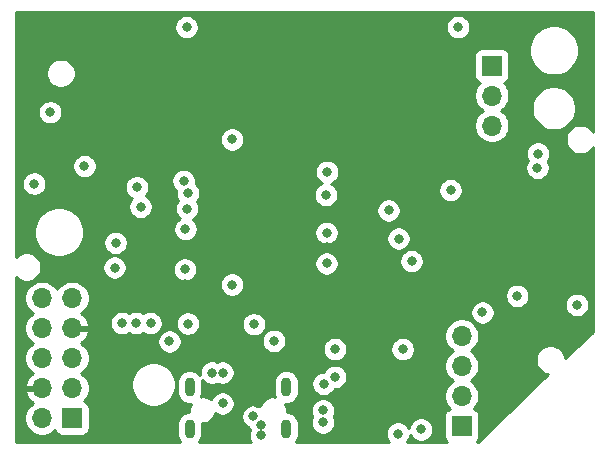
<source format=gbr>
%TF.GenerationSoftware,KiCad,Pcbnew,(5.1.10-1-10_14)*%
%TF.CreationDate,2021-07-23T11:32:30+02:00*%
%TF.ProjectId,WiredSEK,57697265-6453-4454-9b2e-6b696361645f,rev?*%
%TF.SameCoordinates,Original*%
%TF.FileFunction,Copper,L3,Inr*%
%TF.FilePolarity,Positive*%
%FSLAX46Y46*%
G04 Gerber Fmt 4.6, Leading zero omitted, Abs format (unit mm)*
G04 Created by KiCad (PCBNEW (5.1.10-1-10_14)) date 2021-07-23 11:32:30*
%MOMM*%
%LPD*%
G01*
G04 APERTURE LIST*
%TA.AperFunction,ComponentPad*%
%ADD10O,0.900000X1.600000*%
%TD*%
%TA.AperFunction,ComponentPad*%
%ADD11O,1.700000X1.700000*%
%TD*%
%TA.AperFunction,ComponentPad*%
%ADD12R,1.700000X1.700000*%
%TD*%
%TA.AperFunction,ViaPad*%
%ADD13C,0.800000*%
%TD*%
%TA.AperFunction,Conductor*%
%ADD14C,0.254000*%
%TD*%
%TA.AperFunction,Conductor*%
%ADD15C,0.100000*%
%TD*%
G04 APERTURE END LIST*
D10*
%TO.N,*%
%TO.C,J2*%
X91550000Y-73400000D03*
X83350000Y-73400000D03*
X83350000Y-76950000D03*
X91550000Y-76950000D03*
%TD*%
D11*
%TO.N,TX*%
%TO.C,J4*%
X108950000Y-51280000D03*
%TO.N,RX*%
X108950000Y-48740000D03*
D12*
%TO.N,GND*%
X108950000Y-46200000D03*
%TD*%
D11*
%TO.N,T0*%
%TO.C,J5*%
X106400000Y-69080000D03*
%TO.N,T1*%
X106400000Y-71620000D03*
%TO.N,T2*%
X106400000Y-74160000D03*
D12*
%TO.N,GND*%
X106400000Y-76700000D03*
%TD*%
D11*
%TO.N,GND*%
%TO.C,J3*%
X70860000Y-65890000D03*
%TO.N,TDI*%
X73400000Y-65890000D03*
%TO.N,Net-(J3-Pad8)*%
X70860000Y-68430000D03*
%TO.N,+5V*%
X73400000Y-68430000D03*
%TO.N,Net-(J3-Pad6)*%
X70860000Y-70970000D03*
%TO.N,TMS*%
X73400000Y-70970000D03*
%TO.N,+5V*%
X70860000Y-73510000D03*
%TO.N,TDO*%
X73400000Y-73510000D03*
%TO.N,GND*%
X70860000Y-76050000D03*
D12*
%TO.N,TCK*%
X73400000Y-76050000D03*
%TD*%
D13*
%TO.N,RESET*%
X94950000Y-62950000D03*
X108150000Y-67100000D03*
X83200000Y-68050000D03*
%TO.N,+5V*%
X94950000Y-61550000D03*
X82950000Y-64650000D03*
X82850000Y-54660000D03*
X84550000Y-64750000D03*
X70150000Y-45700000D03*
X77000000Y-65050000D03*
X84550000Y-70500000D03*
X100050000Y-63650000D03*
X111100000Y-55300000D03*
X115600000Y-63800000D03*
X116950000Y-63800000D03*
X78850000Y-54200000D03*
X86100000Y-42950000D03*
X113400000Y-66550000D03*
X74500000Y-52000000D03*
X88250000Y-74800000D03*
X89100000Y-74800000D03*
X89850000Y-73100000D03*
X89850000Y-73950000D03*
%TO.N,LED_STATUS*%
X101400000Y-70200000D03*
%TO.N,USB_CONN_D+*%
X94650000Y-76401600D03*
%TO.N,USB_CONN_D-*%
X94650000Y-75398400D03*
%TO.N,TDI*%
X77100000Y-61200000D03*
X83200000Y-57000000D03*
%TO.N,TMS*%
X77650000Y-68000000D03*
X79200000Y-58150000D03*
%TO.N,TDO*%
X78800000Y-68000000D03*
X83150000Y-58300000D03*
%TO.N,TCK*%
X80050000Y-68000000D03*
X83000000Y-60050000D03*
%TO.N,TX*%
X95000000Y-55200000D03*
%TO.N,RX*%
X94900000Y-57150000D03*
%TO.N,HWB*%
X86950000Y-52450000D03*
X71550000Y-50150000D03*
%TO.N,GND*%
X102150000Y-62750000D03*
X105450000Y-56750000D03*
X94950000Y-60350000D03*
X82950000Y-63450000D03*
X82850000Y-55950000D03*
X86950000Y-64750000D03*
X81650000Y-69550000D03*
X83100000Y-42950000D03*
X106100000Y-42950000D03*
X77000000Y-63300000D03*
X78900000Y-56500000D03*
X100200000Y-58450000D03*
X101050000Y-60850000D03*
X112850000Y-53650000D03*
X112800000Y-54850000D03*
X111100000Y-65700000D03*
X70200000Y-56200000D03*
X116150000Y-66450000D03*
X74450000Y-54700000D03*
X102950000Y-77000000D03*
X90500000Y-69500000D03*
X88750000Y-75900000D03*
X101000000Y-77350000D03*
X89400000Y-76600000D03*
X89400000Y-77500000D03*
%TO.N,VBUS*%
X88800000Y-68100000D03*
X94700000Y-73150000D03*
X86150000Y-74800000D03*
X86150000Y-72200000D03*
X85250000Y-72200000D03*
%TO.N,D+*%
X95650000Y-70200000D03*
%TO.N,D-*%
X95650000Y-72550000D03*
%TD*%
D14*
%TO.N,+5V*%
X117540000Y-51831447D02*
X117420901Y-51653202D01*
X117246798Y-51479099D01*
X117042074Y-51342307D01*
X116814598Y-51248083D01*
X116573110Y-51200048D01*
X116326890Y-51200048D01*
X116085402Y-51248083D01*
X115857926Y-51342307D01*
X115653202Y-51479099D01*
X115479099Y-51653202D01*
X115342307Y-51857926D01*
X115248083Y-52085402D01*
X115200048Y-52326890D01*
X115200048Y-52573110D01*
X115248083Y-52814598D01*
X115342307Y-53042074D01*
X115479099Y-53246798D01*
X115653202Y-53420901D01*
X115857926Y-53557693D01*
X116085402Y-53651917D01*
X116326890Y-53699952D01*
X116573110Y-53699952D01*
X116814598Y-53651917D01*
X117042074Y-53557693D01*
X117246798Y-53420901D01*
X117420901Y-53246798D01*
X117540000Y-53068553D01*
X117540001Y-68716855D01*
X115149952Y-70989745D01*
X115149952Y-70976890D01*
X115101917Y-70735402D01*
X115007693Y-70507926D01*
X114870901Y-70303202D01*
X114696798Y-70129099D01*
X114492074Y-69992307D01*
X114264598Y-69898083D01*
X114023110Y-69850048D01*
X113776890Y-69850048D01*
X113535402Y-69898083D01*
X113307926Y-69992307D01*
X113103202Y-70129099D01*
X112929099Y-70303202D01*
X112792307Y-70507926D01*
X112698083Y-70735402D01*
X112650048Y-70976890D01*
X112650048Y-71223110D01*
X112698083Y-71464598D01*
X112792307Y-71692074D01*
X112929099Y-71896798D01*
X113103202Y-72070901D01*
X113307926Y-72207693D01*
X113535402Y-72301917D01*
X113729536Y-72340533D01*
X107736282Y-78040000D01*
X107653889Y-78040000D01*
X107701185Y-78001185D01*
X107780537Y-77904494D01*
X107839502Y-77794180D01*
X107875812Y-77674482D01*
X107888072Y-77550000D01*
X107888072Y-75850000D01*
X107875812Y-75725518D01*
X107839502Y-75605820D01*
X107780537Y-75495506D01*
X107701185Y-75398815D01*
X107604494Y-75319463D01*
X107494180Y-75260498D01*
X107421620Y-75238487D01*
X107553475Y-75106632D01*
X107715990Y-74863411D01*
X107827932Y-74593158D01*
X107885000Y-74306260D01*
X107885000Y-74013740D01*
X107827932Y-73726842D01*
X107715990Y-73456589D01*
X107553475Y-73213368D01*
X107346632Y-73006525D01*
X107172240Y-72890000D01*
X107346632Y-72773475D01*
X107553475Y-72566632D01*
X107715990Y-72323411D01*
X107827932Y-72053158D01*
X107885000Y-71766260D01*
X107885000Y-71473740D01*
X107827932Y-71186842D01*
X107715990Y-70916589D01*
X107553475Y-70673368D01*
X107346632Y-70466525D01*
X107172240Y-70350000D01*
X107346632Y-70233475D01*
X107553475Y-70026632D01*
X107715990Y-69783411D01*
X107827932Y-69513158D01*
X107885000Y-69226260D01*
X107885000Y-68933740D01*
X107827932Y-68646842D01*
X107715990Y-68376589D01*
X107553475Y-68133368D01*
X107346632Y-67926525D01*
X107103411Y-67764010D01*
X106833158Y-67652068D01*
X106546260Y-67595000D01*
X106253740Y-67595000D01*
X105966842Y-67652068D01*
X105696589Y-67764010D01*
X105453368Y-67926525D01*
X105246525Y-68133368D01*
X105084010Y-68376589D01*
X104972068Y-68646842D01*
X104915000Y-68933740D01*
X104915000Y-69226260D01*
X104972068Y-69513158D01*
X105084010Y-69783411D01*
X105246525Y-70026632D01*
X105453368Y-70233475D01*
X105627760Y-70350000D01*
X105453368Y-70466525D01*
X105246525Y-70673368D01*
X105084010Y-70916589D01*
X104972068Y-71186842D01*
X104915000Y-71473740D01*
X104915000Y-71766260D01*
X104972068Y-72053158D01*
X105084010Y-72323411D01*
X105246525Y-72566632D01*
X105453368Y-72773475D01*
X105627760Y-72890000D01*
X105453368Y-73006525D01*
X105246525Y-73213368D01*
X105084010Y-73456589D01*
X104972068Y-73726842D01*
X104915000Y-74013740D01*
X104915000Y-74306260D01*
X104972068Y-74593158D01*
X105084010Y-74863411D01*
X105246525Y-75106632D01*
X105378380Y-75238487D01*
X105305820Y-75260498D01*
X105195506Y-75319463D01*
X105098815Y-75398815D01*
X105019463Y-75495506D01*
X104960498Y-75605820D01*
X104924188Y-75725518D01*
X104911928Y-75850000D01*
X104911928Y-77550000D01*
X104924188Y-77674482D01*
X104960498Y-77794180D01*
X105019463Y-77904494D01*
X105098815Y-78001185D01*
X105146111Y-78040000D01*
X101773711Y-78040000D01*
X101803937Y-78009774D01*
X101917205Y-77840256D01*
X101995226Y-77651898D01*
X102029136Y-77481422D01*
X102032795Y-77490256D01*
X102146063Y-77659774D01*
X102290226Y-77803937D01*
X102459744Y-77917205D01*
X102648102Y-77995226D01*
X102848061Y-78035000D01*
X103051939Y-78035000D01*
X103251898Y-77995226D01*
X103440256Y-77917205D01*
X103609774Y-77803937D01*
X103753937Y-77659774D01*
X103867205Y-77490256D01*
X103945226Y-77301898D01*
X103985000Y-77101939D01*
X103985000Y-76898061D01*
X103945226Y-76698102D01*
X103867205Y-76509744D01*
X103753937Y-76340226D01*
X103609774Y-76196063D01*
X103440256Y-76082795D01*
X103251898Y-76004774D01*
X103051939Y-75965000D01*
X102848061Y-75965000D01*
X102648102Y-76004774D01*
X102459744Y-76082795D01*
X102290226Y-76196063D01*
X102146063Y-76340226D01*
X102032795Y-76509744D01*
X101954774Y-76698102D01*
X101920864Y-76868578D01*
X101917205Y-76859744D01*
X101803937Y-76690226D01*
X101659774Y-76546063D01*
X101490256Y-76432795D01*
X101301898Y-76354774D01*
X101101939Y-76315000D01*
X100898061Y-76315000D01*
X100698102Y-76354774D01*
X100509744Y-76432795D01*
X100340226Y-76546063D01*
X100196063Y-76690226D01*
X100082795Y-76859744D01*
X100004774Y-77048102D01*
X99965000Y-77248061D01*
X99965000Y-77451939D01*
X100004774Y-77651898D01*
X100082795Y-77840256D01*
X100196063Y-78009774D01*
X100226289Y-78040000D01*
X92346299Y-78040000D01*
X92456509Y-77905710D01*
X92557259Y-77717220D01*
X92619300Y-77512696D01*
X92635000Y-77353293D01*
X92635000Y-76546706D01*
X92619300Y-76387303D01*
X92557259Y-76182780D01*
X92456509Y-75994290D01*
X92320922Y-75829078D01*
X92155710Y-75693491D01*
X91967219Y-75592741D01*
X91762696Y-75530700D01*
X91574970Y-75512210D01*
X91585000Y-75461788D01*
X91585000Y-75296461D01*
X93615000Y-75296461D01*
X93615000Y-75500339D01*
X93654774Y-75700298D01*
X93732795Y-75888656D01*
X93740375Y-75900000D01*
X93732795Y-75911344D01*
X93654774Y-76099702D01*
X93615000Y-76299661D01*
X93615000Y-76503539D01*
X93654774Y-76703498D01*
X93732795Y-76891856D01*
X93846063Y-77061374D01*
X93990226Y-77205537D01*
X94159744Y-77318805D01*
X94348102Y-77396826D01*
X94548061Y-77436600D01*
X94751939Y-77436600D01*
X94951898Y-77396826D01*
X95140256Y-77318805D01*
X95309774Y-77205537D01*
X95453937Y-77061374D01*
X95567205Y-76891856D01*
X95645226Y-76703498D01*
X95685000Y-76503539D01*
X95685000Y-76299661D01*
X95645226Y-76099702D01*
X95567205Y-75911344D01*
X95559625Y-75900000D01*
X95567205Y-75888656D01*
X95645226Y-75700298D01*
X95685000Y-75500339D01*
X95685000Y-75296461D01*
X95645226Y-75096502D01*
X95567205Y-74908144D01*
X95453937Y-74738626D01*
X95309774Y-74594463D01*
X95140256Y-74481195D01*
X94951898Y-74403174D01*
X94751939Y-74363400D01*
X94548061Y-74363400D01*
X94348102Y-74403174D01*
X94159744Y-74481195D01*
X93990226Y-74594463D01*
X93846063Y-74738626D01*
X93732795Y-74908144D01*
X93654774Y-75096502D01*
X93615000Y-75296461D01*
X91585000Y-75296461D01*
X91585000Y-75238212D01*
X91541383Y-75018933D01*
X91463855Y-74831764D01*
X91550000Y-74840249D01*
X91762697Y-74819300D01*
X91967220Y-74757259D01*
X92155710Y-74656509D01*
X92320922Y-74520922D01*
X92456509Y-74355710D01*
X92557259Y-74167220D01*
X92619300Y-73962696D01*
X92635000Y-73803293D01*
X92635000Y-73048061D01*
X93665000Y-73048061D01*
X93665000Y-73251939D01*
X93704774Y-73451898D01*
X93782795Y-73640256D01*
X93896063Y-73809774D01*
X94040226Y-73953937D01*
X94209744Y-74067205D01*
X94398102Y-74145226D01*
X94598061Y-74185000D01*
X94801939Y-74185000D01*
X95001898Y-74145226D01*
X95190256Y-74067205D01*
X95359774Y-73953937D01*
X95503937Y-73809774D01*
X95617205Y-73640256D01*
X95640093Y-73585000D01*
X95751939Y-73585000D01*
X95951898Y-73545226D01*
X96140256Y-73467205D01*
X96309774Y-73353937D01*
X96453937Y-73209774D01*
X96567205Y-73040256D01*
X96645226Y-72851898D01*
X96685000Y-72651939D01*
X96685000Y-72448061D01*
X96645226Y-72248102D01*
X96567205Y-72059744D01*
X96453937Y-71890226D01*
X96309774Y-71746063D01*
X96140256Y-71632795D01*
X95951898Y-71554774D01*
X95751939Y-71515000D01*
X95548061Y-71515000D01*
X95348102Y-71554774D01*
X95159744Y-71632795D01*
X94990226Y-71746063D01*
X94846063Y-71890226D01*
X94732795Y-72059744D01*
X94709907Y-72115000D01*
X94598061Y-72115000D01*
X94398102Y-72154774D01*
X94209744Y-72232795D01*
X94040226Y-72346063D01*
X93896063Y-72490226D01*
X93782795Y-72659744D01*
X93704774Y-72848102D01*
X93665000Y-73048061D01*
X92635000Y-73048061D01*
X92635000Y-72996706D01*
X92619300Y-72837303D01*
X92557259Y-72632780D01*
X92456509Y-72444290D01*
X92320922Y-72279078D01*
X92155710Y-72143491D01*
X91967219Y-72042741D01*
X91762696Y-71980700D01*
X91550000Y-71959751D01*
X91337303Y-71980700D01*
X91132780Y-72042741D01*
X90944290Y-72143491D01*
X90779078Y-72279078D01*
X90643491Y-72444290D01*
X90542741Y-72632781D01*
X90480700Y-72837304D01*
X90465000Y-72996707D01*
X90465000Y-73803294D01*
X90480700Y-73962697D01*
X90542742Y-74167220D01*
X90569053Y-74216445D01*
X90561788Y-74215000D01*
X90338212Y-74215000D01*
X90118933Y-74258617D01*
X89912376Y-74344176D01*
X89726480Y-74468388D01*
X89568388Y-74626480D01*
X89444176Y-74812376D01*
X89358617Y-75018933D01*
X89351076Y-75056843D01*
X89240256Y-74982795D01*
X89051898Y-74904774D01*
X88851939Y-74865000D01*
X88648061Y-74865000D01*
X88448102Y-74904774D01*
X88259744Y-74982795D01*
X88090226Y-75096063D01*
X87946063Y-75240226D01*
X87832795Y-75409744D01*
X87754774Y-75598102D01*
X87715000Y-75798061D01*
X87715000Y-76001939D01*
X87754774Y-76201898D01*
X87832795Y-76390256D01*
X87946063Y-76559774D01*
X88090226Y-76703937D01*
X88259744Y-76817205D01*
X88399437Y-76875068D01*
X88404774Y-76901898D01*
X88466120Y-77050000D01*
X88404774Y-77198102D01*
X88365000Y-77398061D01*
X88365000Y-77601939D01*
X88404774Y-77801898D01*
X88482795Y-77990256D01*
X88516033Y-78040000D01*
X84146299Y-78040000D01*
X84256509Y-77905710D01*
X84357259Y-77717220D01*
X84419300Y-77512696D01*
X84435000Y-77353293D01*
X84435000Y-76546706D01*
X84428922Y-76485000D01*
X84561788Y-76485000D01*
X84781067Y-76441383D01*
X84987624Y-76355824D01*
X85173520Y-76231612D01*
X85331612Y-76073520D01*
X85455824Y-75887624D01*
X85541383Y-75681067D01*
X85548924Y-75643157D01*
X85659744Y-75717205D01*
X85848102Y-75795226D01*
X86048061Y-75835000D01*
X86251939Y-75835000D01*
X86451898Y-75795226D01*
X86640256Y-75717205D01*
X86809774Y-75603937D01*
X86953937Y-75459774D01*
X87067205Y-75290256D01*
X87145226Y-75101898D01*
X87185000Y-74901939D01*
X87185000Y-74698061D01*
X87145226Y-74498102D01*
X87067205Y-74309744D01*
X86953937Y-74140226D01*
X86809774Y-73996063D01*
X86640256Y-73882795D01*
X86451898Y-73804774D01*
X86251939Y-73765000D01*
X86048061Y-73765000D01*
X85848102Y-73804774D01*
X85659744Y-73882795D01*
X85490226Y-73996063D01*
X85346063Y-74140226D01*
X85232795Y-74309744D01*
X85168478Y-74465019D01*
X84987624Y-74344176D01*
X84781067Y-74258617D01*
X84561788Y-74215000D01*
X84338212Y-74215000D01*
X84330948Y-74216445D01*
X84357259Y-74167220D01*
X84419300Y-73962696D01*
X84435000Y-73803293D01*
X84435000Y-72996706D01*
X84419300Y-72837303D01*
X84409532Y-72805101D01*
X84446063Y-72859774D01*
X84590226Y-73003937D01*
X84759744Y-73117205D01*
X84948102Y-73195226D01*
X85148061Y-73235000D01*
X85351939Y-73235000D01*
X85551898Y-73195226D01*
X85700000Y-73133880D01*
X85848102Y-73195226D01*
X86048061Y-73235000D01*
X86251939Y-73235000D01*
X86451898Y-73195226D01*
X86640256Y-73117205D01*
X86809774Y-73003937D01*
X86953937Y-72859774D01*
X87067205Y-72690256D01*
X87145226Y-72501898D01*
X87185000Y-72301939D01*
X87185000Y-72098061D01*
X87145226Y-71898102D01*
X87067205Y-71709744D01*
X86953937Y-71540226D01*
X86809774Y-71396063D01*
X86640256Y-71282795D01*
X86451898Y-71204774D01*
X86251939Y-71165000D01*
X86048061Y-71165000D01*
X85848102Y-71204774D01*
X85700000Y-71266120D01*
X85551898Y-71204774D01*
X85351939Y-71165000D01*
X85148061Y-71165000D01*
X84948102Y-71204774D01*
X84759744Y-71282795D01*
X84590226Y-71396063D01*
X84446063Y-71540226D01*
X84332795Y-71709744D01*
X84254774Y-71898102D01*
X84215000Y-72098061D01*
X84215000Y-72301939D01*
X84239094Y-72423070D01*
X84120922Y-72279078D01*
X83955710Y-72143491D01*
X83767219Y-72042741D01*
X83562696Y-71980700D01*
X83350000Y-71959751D01*
X83137303Y-71980700D01*
X82932780Y-72042741D01*
X82744290Y-72143491D01*
X82579078Y-72279078D01*
X82443491Y-72444290D01*
X82342741Y-72632781D01*
X82280700Y-72837304D01*
X82265000Y-72996707D01*
X82265000Y-73803294D01*
X82280700Y-73962697D01*
X82342742Y-74167220D01*
X82443492Y-74355710D01*
X82579079Y-74520922D01*
X82744291Y-74656509D01*
X82932781Y-74757259D01*
X83137304Y-74819300D01*
X83350000Y-74840249D01*
X83436145Y-74831764D01*
X83358617Y-75018933D01*
X83315000Y-75238212D01*
X83315000Y-75461788D01*
X83325030Y-75512210D01*
X83137303Y-75530700D01*
X82932780Y-75592741D01*
X82744290Y-75693491D01*
X82579078Y-75829078D01*
X82443491Y-75994290D01*
X82342741Y-76182781D01*
X82280700Y-76387304D01*
X82265000Y-76546707D01*
X82265000Y-77353294D01*
X82280700Y-77512697D01*
X82342742Y-77717220D01*
X82443492Y-77905710D01*
X82553702Y-78040000D01*
X68660000Y-78040000D01*
X68660000Y-65743740D01*
X69375000Y-65743740D01*
X69375000Y-66036260D01*
X69432068Y-66323158D01*
X69544010Y-66593411D01*
X69706525Y-66836632D01*
X69913368Y-67043475D01*
X70087760Y-67160000D01*
X69913368Y-67276525D01*
X69706525Y-67483368D01*
X69544010Y-67726589D01*
X69432068Y-67996842D01*
X69375000Y-68283740D01*
X69375000Y-68576260D01*
X69432068Y-68863158D01*
X69544010Y-69133411D01*
X69706525Y-69376632D01*
X69913368Y-69583475D01*
X70087760Y-69700000D01*
X69913368Y-69816525D01*
X69706525Y-70023368D01*
X69544010Y-70266589D01*
X69432068Y-70536842D01*
X69375000Y-70823740D01*
X69375000Y-71116260D01*
X69432068Y-71403158D01*
X69544010Y-71673411D01*
X69706525Y-71916632D01*
X69913368Y-72123475D01*
X70095534Y-72245195D01*
X69978645Y-72314822D01*
X69762412Y-72509731D01*
X69588359Y-72743080D01*
X69463175Y-73005901D01*
X69418524Y-73153110D01*
X69539845Y-73383000D01*
X70733000Y-73383000D01*
X70733000Y-73363000D01*
X70987000Y-73363000D01*
X70987000Y-73383000D01*
X71007000Y-73383000D01*
X71007000Y-73637000D01*
X70987000Y-73637000D01*
X70987000Y-73657000D01*
X70733000Y-73657000D01*
X70733000Y-73637000D01*
X69539845Y-73637000D01*
X69418524Y-73866890D01*
X69463175Y-74014099D01*
X69588359Y-74276920D01*
X69762412Y-74510269D01*
X69978645Y-74705178D01*
X70095534Y-74774805D01*
X69913368Y-74896525D01*
X69706525Y-75103368D01*
X69544010Y-75346589D01*
X69432068Y-75616842D01*
X69375000Y-75903740D01*
X69375000Y-76196260D01*
X69432068Y-76483158D01*
X69544010Y-76753411D01*
X69706525Y-76996632D01*
X69913368Y-77203475D01*
X70156589Y-77365990D01*
X70426842Y-77477932D01*
X70713740Y-77535000D01*
X71006260Y-77535000D01*
X71293158Y-77477932D01*
X71563411Y-77365990D01*
X71806632Y-77203475D01*
X71938487Y-77071620D01*
X71960498Y-77144180D01*
X72019463Y-77254494D01*
X72098815Y-77351185D01*
X72195506Y-77430537D01*
X72305820Y-77489502D01*
X72425518Y-77525812D01*
X72550000Y-77538072D01*
X74250000Y-77538072D01*
X74374482Y-77525812D01*
X74494180Y-77489502D01*
X74604494Y-77430537D01*
X74701185Y-77351185D01*
X74780537Y-77254494D01*
X74839502Y-77144180D01*
X74875812Y-77024482D01*
X74888072Y-76900000D01*
X74888072Y-75200000D01*
X74875812Y-75075518D01*
X74839502Y-74955820D01*
X74780537Y-74845506D01*
X74701185Y-74748815D01*
X74604494Y-74669463D01*
X74494180Y-74610498D01*
X74421620Y-74588487D01*
X74553475Y-74456632D01*
X74715990Y-74213411D01*
X74827932Y-73943158D01*
X74885000Y-73656260D01*
X74885000Y-73363740D01*
X74827932Y-73076842D01*
X74802045Y-73014344D01*
X78415000Y-73014344D01*
X78415000Y-73385656D01*
X78487439Y-73749834D01*
X78629534Y-74092882D01*
X78835825Y-74401618D01*
X79098382Y-74664175D01*
X79407118Y-74870466D01*
X79750166Y-75012561D01*
X80114344Y-75085000D01*
X80485656Y-75085000D01*
X80849834Y-75012561D01*
X81192882Y-74870466D01*
X81501618Y-74664175D01*
X81764175Y-74401618D01*
X81970466Y-74092882D01*
X82112561Y-73749834D01*
X82185000Y-73385656D01*
X82185000Y-73014344D01*
X82112561Y-72650166D01*
X81970466Y-72307118D01*
X81764175Y-71998382D01*
X81501618Y-71735825D01*
X81192882Y-71529534D01*
X80849834Y-71387439D01*
X80485656Y-71315000D01*
X80114344Y-71315000D01*
X79750166Y-71387439D01*
X79407118Y-71529534D01*
X79098382Y-71735825D01*
X78835825Y-71998382D01*
X78629534Y-72307118D01*
X78487439Y-72650166D01*
X78415000Y-73014344D01*
X74802045Y-73014344D01*
X74715990Y-72806589D01*
X74553475Y-72563368D01*
X74346632Y-72356525D01*
X74172240Y-72240000D01*
X74346632Y-72123475D01*
X74553475Y-71916632D01*
X74715990Y-71673411D01*
X74827932Y-71403158D01*
X74885000Y-71116260D01*
X74885000Y-70823740D01*
X74827932Y-70536842D01*
X74715990Y-70266589D01*
X74553475Y-70023368D01*
X74346632Y-69816525D01*
X74164466Y-69694805D01*
X74281355Y-69625178D01*
X74477849Y-69448061D01*
X80615000Y-69448061D01*
X80615000Y-69651939D01*
X80654774Y-69851898D01*
X80732795Y-70040256D01*
X80846063Y-70209774D01*
X80990226Y-70353937D01*
X81159744Y-70467205D01*
X81348102Y-70545226D01*
X81548061Y-70585000D01*
X81751939Y-70585000D01*
X81951898Y-70545226D01*
X82140256Y-70467205D01*
X82309774Y-70353937D01*
X82453937Y-70209774D01*
X82567205Y-70040256D01*
X82645226Y-69851898D01*
X82685000Y-69651939D01*
X82685000Y-69448061D01*
X82675055Y-69398061D01*
X89465000Y-69398061D01*
X89465000Y-69601939D01*
X89504774Y-69801898D01*
X89582795Y-69990256D01*
X89696063Y-70159774D01*
X89840226Y-70303937D01*
X90009744Y-70417205D01*
X90198102Y-70495226D01*
X90398061Y-70535000D01*
X90601939Y-70535000D01*
X90801898Y-70495226D01*
X90990256Y-70417205D01*
X91159774Y-70303937D01*
X91303937Y-70159774D01*
X91345172Y-70098061D01*
X94615000Y-70098061D01*
X94615000Y-70301939D01*
X94654774Y-70501898D01*
X94732795Y-70690256D01*
X94846063Y-70859774D01*
X94990226Y-71003937D01*
X95159744Y-71117205D01*
X95348102Y-71195226D01*
X95548061Y-71235000D01*
X95751939Y-71235000D01*
X95951898Y-71195226D01*
X96140256Y-71117205D01*
X96309774Y-71003937D01*
X96453937Y-70859774D01*
X96567205Y-70690256D01*
X96645226Y-70501898D01*
X96685000Y-70301939D01*
X96685000Y-70098061D01*
X100365000Y-70098061D01*
X100365000Y-70301939D01*
X100404774Y-70501898D01*
X100482795Y-70690256D01*
X100596063Y-70859774D01*
X100740226Y-71003937D01*
X100909744Y-71117205D01*
X101098102Y-71195226D01*
X101298061Y-71235000D01*
X101501939Y-71235000D01*
X101701898Y-71195226D01*
X101890256Y-71117205D01*
X102059774Y-71003937D01*
X102203937Y-70859774D01*
X102317205Y-70690256D01*
X102395226Y-70501898D01*
X102435000Y-70301939D01*
X102435000Y-70098061D01*
X102395226Y-69898102D01*
X102317205Y-69709744D01*
X102203937Y-69540226D01*
X102059774Y-69396063D01*
X101890256Y-69282795D01*
X101701898Y-69204774D01*
X101501939Y-69165000D01*
X101298061Y-69165000D01*
X101098102Y-69204774D01*
X100909744Y-69282795D01*
X100740226Y-69396063D01*
X100596063Y-69540226D01*
X100482795Y-69709744D01*
X100404774Y-69898102D01*
X100365000Y-70098061D01*
X96685000Y-70098061D01*
X96645226Y-69898102D01*
X96567205Y-69709744D01*
X96453937Y-69540226D01*
X96309774Y-69396063D01*
X96140256Y-69282795D01*
X95951898Y-69204774D01*
X95751939Y-69165000D01*
X95548061Y-69165000D01*
X95348102Y-69204774D01*
X95159744Y-69282795D01*
X94990226Y-69396063D01*
X94846063Y-69540226D01*
X94732795Y-69709744D01*
X94654774Y-69898102D01*
X94615000Y-70098061D01*
X91345172Y-70098061D01*
X91417205Y-69990256D01*
X91495226Y-69801898D01*
X91535000Y-69601939D01*
X91535000Y-69398061D01*
X91495226Y-69198102D01*
X91417205Y-69009744D01*
X91303937Y-68840226D01*
X91159774Y-68696063D01*
X90990256Y-68582795D01*
X90801898Y-68504774D01*
X90601939Y-68465000D01*
X90398061Y-68465000D01*
X90198102Y-68504774D01*
X90009744Y-68582795D01*
X89840226Y-68696063D01*
X89696063Y-68840226D01*
X89582795Y-69009744D01*
X89504774Y-69198102D01*
X89465000Y-69398061D01*
X82675055Y-69398061D01*
X82645226Y-69248102D01*
X82567205Y-69059744D01*
X82453937Y-68890226D01*
X82309774Y-68746063D01*
X82140256Y-68632795D01*
X81951898Y-68554774D01*
X81751939Y-68515000D01*
X81548061Y-68515000D01*
X81348102Y-68554774D01*
X81159744Y-68632795D01*
X80990226Y-68746063D01*
X80846063Y-68890226D01*
X80732795Y-69059744D01*
X80654774Y-69248102D01*
X80615000Y-69448061D01*
X74477849Y-69448061D01*
X74497588Y-69430269D01*
X74671641Y-69196920D01*
X74796825Y-68934099D01*
X74841476Y-68786890D01*
X74720155Y-68557000D01*
X73527000Y-68557000D01*
X73527000Y-68577000D01*
X73273000Y-68577000D01*
X73273000Y-68557000D01*
X73253000Y-68557000D01*
X73253000Y-68303000D01*
X73273000Y-68303000D01*
X73273000Y-68283000D01*
X73527000Y-68283000D01*
X73527000Y-68303000D01*
X74720155Y-68303000D01*
X74841476Y-68073110D01*
X74796825Y-67925901D01*
X74783565Y-67898061D01*
X76615000Y-67898061D01*
X76615000Y-68101939D01*
X76654774Y-68301898D01*
X76732795Y-68490256D01*
X76846063Y-68659774D01*
X76990226Y-68803937D01*
X77159744Y-68917205D01*
X77348102Y-68995226D01*
X77548061Y-69035000D01*
X77751939Y-69035000D01*
X77951898Y-68995226D01*
X78140256Y-68917205D01*
X78225000Y-68860581D01*
X78309744Y-68917205D01*
X78498102Y-68995226D01*
X78698061Y-69035000D01*
X78901939Y-69035000D01*
X79101898Y-68995226D01*
X79290256Y-68917205D01*
X79425000Y-68827172D01*
X79559744Y-68917205D01*
X79748102Y-68995226D01*
X79948061Y-69035000D01*
X80151939Y-69035000D01*
X80351898Y-68995226D01*
X80540256Y-68917205D01*
X80709774Y-68803937D01*
X80853937Y-68659774D01*
X80967205Y-68490256D01*
X81045226Y-68301898D01*
X81085000Y-68101939D01*
X81085000Y-67948061D01*
X82165000Y-67948061D01*
X82165000Y-68151939D01*
X82204774Y-68351898D01*
X82282795Y-68540256D01*
X82396063Y-68709774D01*
X82540226Y-68853937D01*
X82709744Y-68967205D01*
X82898102Y-69045226D01*
X83098061Y-69085000D01*
X83301939Y-69085000D01*
X83501898Y-69045226D01*
X83690256Y-68967205D01*
X83859774Y-68853937D01*
X84003937Y-68709774D01*
X84117205Y-68540256D01*
X84195226Y-68351898D01*
X84235000Y-68151939D01*
X84235000Y-67998061D01*
X87765000Y-67998061D01*
X87765000Y-68201939D01*
X87804774Y-68401898D01*
X87882795Y-68590256D01*
X87996063Y-68759774D01*
X88140226Y-68903937D01*
X88309744Y-69017205D01*
X88498102Y-69095226D01*
X88698061Y-69135000D01*
X88901939Y-69135000D01*
X89101898Y-69095226D01*
X89290256Y-69017205D01*
X89459774Y-68903937D01*
X89603937Y-68759774D01*
X89717205Y-68590256D01*
X89795226Y-68401898D01*
X89835000Y-68201939D01*
X89835000Y-67998061D01*
X89795226Y-67798102D01*
X89717205Y-67609744D01*
X89603937Y-67440226D01*
X89459774Y-67296063D01*
X89290256Y-67182795D01*
X89101898Y-67104774D01*
X88901939Y-67065000D01*
X88698061Y-67065000D01*
X88498102Y-67104774D01*
X88309744Y-67182795D01*
X88140226Y-67296063D01*
X87996063Y-67440226D01*
X87882795Y-67609744D01*
X87804774Y-67798102D01*
X87765000Y-67998061D01*
X84235000Y-67998061D01*
X84235000Y-67948061D01*
X84195226Y-67748102D01*
X84117205Y-67559744D01*
X84003937Y-67390226D01*
X83859774Y-67246063D01*
X83690256Y-67132795D01*
X83501898Y-67054774D01*
X83301939Y-67015000D01*
X83098061Y-67015000D01*
X82898102Y-67054774D01*
X82709744Y-67132795D01*
X82540226Y-67246063D01*
X82396063Y-67390226D01*
X82282795Y-67559744D01*
X82204774Y-67748102D01*
X82165000Y-67948061D01*
X81085000Y-67948061D01*
X81085000Y-67898061D01*
X81045226Y-67698102D01*
X80967205Y-67509744D01*
X80853937Y-67340226D01*
X80709774Y-67196063D01*
X80540256Y-67082795D01*
X80351898Y-67004774D01*
X80318150Y-66998061D01*
X107115000Y-66998061D01*
X107115000Y-67201939D01*
X107154774Y-67401898D01*
X107232795Y-67590256D01*
X107346063Y-67759774D01*
X107490226Y-67903937D01*
X107659744Y-68017205D01*
X107848102Y-68095226D01*
X108048061Y-68135000D01*
X108251939Y-68135000D01*
X108451898Y-68095226D01*
X108640256Y-68017205D01*
X108809774Y-67903937D01*
X108953937Y-67759774D01*
X109067205Y-67590256D01*
X109145226Y-67401898D01*
X109185000Y-67201939D01*
X109185000Y-66998061D01*
X109145226Y-66798102D01*
X109067205Y-66609744D01*
X108953937Y-66440226D01*
X108809774Y-66296063D01*
X108640256Y-66182795D01*
X108451898Y-66104774D01*
X108251939Y-66065000D01*
X108048061Y-66065000D01*
X107848102Y-66104774D01*
X107659744Y-66182795D01*
X107490226Y-66296063D01*
X107346063Y-66440226D01*
X107232795Y-66609744D01*
X107154774Y-66798102D01*
X107115000Y-66998061D01*
X80318150Y-66998061D01*
X80151939Y-66965000D01*
X79948061Y-66965000D01*
X79748102Y-67004774D01*
X79559744Y-67082795D01*
X79425000Y-67172828D01*
X79290256Y-67082795D01*
X79101898Y-67004774D01*
X78901939Y-66965000D01*
X78698061Y-66965000D01*
X78498102Y-67004774D01*
X78309744Y-67082795D01*
X78225000Y-67139419D01*
X78140256Y-67082795D01*
X77951898Y-67004774D01*
X77751939Y-66965000D01*
X77548061Y-66965000D01*
X77348102Y-67004774D01*
X77159744Y-67082795D01*
X76990226Y-67196063D01*
X76846063Y-67340226D01*
X76732795Y-67509744D01*
X76654774Y-67698102D01*
X76615000Y-67898061D01*
X74783565Y-67898061D01*
X74671641Y-67663080D01*
X74497588Y-67429731D01*
X74281355Y-67234822D01*
X74164466Y-67165195D01*
X74346632Y-67043475D01*
X74553475Y-66836632D01*
X74715990Y-66593411D01*
X74827932Y-66323158D01*
X74885000Y-66036260D01*
X74885000Y-65743740D01*
X74827932Y-65456842D01*
X74715990Y-65186589D01*
X74553475Y-64943368D01*
X74346632Y-64736525D01*
X74214237Y-64648061D01*
X85915000Y-64648061D01*
X85915000Y-64851939D01*
X85954774Y-65051898D01*
X86032795Y-65240256D01*
X86146063Y-65409774D01*
X86290226Y-65553937D01*
X86459744Y-65667205D01*
X86648102Y-65745226D01*
X86848061Y-65785000D01*
X87051939Y-65785000D01*
X87251898Y-65745226D01*
X87440256Y-65667205D01*
X87543737Y-65598061D01*
X110065000Y-65598061D01*
X110065000Y-65801939D01*
X110104774Y-66001898D01*
X110182795Y-66190256D01*
X110296063Y-66359774D01*
X110440226Y-66503937D01*
X110609744Y-66617205D01*
X110798102Y-66695226D01*
X110998061Y-66735000D01*
X111201939Y-66735000D01*
X111401898Y-66695226D01*
X111590256Y-66617205D01*
X111759774Y-66503937D01*
X111903937Y-66359774D01*
X111911763Y-66348061D01*
X115115000Y-66348061D01*
X115115000Y-66551939D01*
X115154774Y-66751898D01*
X115232795Y-66940256D01*
X115346063Y-67109774D01*
X115490226Y-67253937D01*
X115659744Y-67367205D01*
X115848102Y-67445226D01*
X116048061Y-67485000D01*
X116251939Y-67485000D01*
X116451898Y-67445226D01*
X116640256Y-67367205D01*
X116809774Y-67253937D01*
X116953937Y-67109774D01*
X117067205Y-66940256D01*
X117145226Y-66751898D01*
X117185000Y-66551939D01*
X117185000Y-66348061D01*
X117145226Y-66148102D01*
X117067205Y-65959744D01*
X116953937Y-65790226D01*
X116809774Y-65646063D01*
X116640256Y-65532795D01*
X116451898Y-65454774D01*
X116251939Y-65415000D01*
X116048061Y-65415000D01*
X115848102Y-65454774D01*
X115659744Y-65532795D01*
X115490226Y-65646063D01*
X115346063Y-65790226D01*
X115232795Y-65959744D01*
X115154774Y-66148102D01*
X115115000Y-66348061D01*
X111911763Y-66348061D01*
X112017205Y-66190256D01*
X112095226Y-66001898D01*
X112135000Y-65801939D01*
X112135000Y-65598061D01*
X112095226Y-65398102D01*
X112017205Y-65209744D01*
X111903937Y-65040226D01*
X111759774Y-64896063D01*
X111590256Y-64782795D01*
X111401898Y-64704774D01*
X111201939Y-64665000D01*
X110998061Y-64665000D01*
X110798102Y-64704774D01*
X110609744Y-64782795D01*
X110440226Y-64896063D01*
X110296063Y-65040226D01*
X110182795Y-65209744D01*
X110104774Y-65398102D01*
X110065000Y-65598061D01*
X87543737Y-65598061D01*
X87609774Y-65553937D01*
X87753937Y-65409774D01*
X87867205Y-65240256D01*
X87945226Y-65051898D01*
X87985000Y-64851939D01*
X87985000Y-64648061D01*
X87945226Y-64448102D01*
X87867205Y-64259744D01*
X87753937Y-64090226D01*
X87609774Y-63946063D01*
X87440256Y-63832795D01*
X87251898Y-63754774D01*
X87051939Y-63715000D01*
X86848061Y-63715000D01*
X86648102Y-63754774D01*
X86459744Y-63832795D01*
X86290226Y-63946063D01*
X86146063Y-64090226D01*
X86032795Y-64259744D01*
X85954774Y-64448102D01*
X85915000Y-64648061D01*
X74214237Y-64648061D01*
X74103411Y-64574010D01*
X73833158Y-64462068D01*
X73546260Y-64405000D01*
X73253740Y-64405000D01*
X72966842Y-64462068D01*
X72696589Y-64574010D01*
X72453368Y-64736525D01*
X72246525Y-64943368D01*
X72130000Y-65117760D01*
X72013475Y-64943368D01*
X71806632Y-64736525D01*
X71563411Y-64574010D01*
X71293158Y-64462068D01*
X71006260Y-64405000D01*
X70713740Y-64405000D01*
X70426842Y-64462068D01*
X70156589Y-64574010D01*
X69913368Y-64736525D01*
X69706525Y-64943368D01*
X69544010Y-65186589D01*
X69432068Y-65456842D01*
X69375000Y-65743740D01*
X68660000Y-65743740D01*
X68660000Y-64127699D01*
X68753202Y-64220901D01*
X68957926Y-64357693D01*
X69185402Y-64451917D01*
X69426890Y-64499952D01*
X69673110Y-64499952D01*
X69914598Y-64451917D01*
X70142074Y-64357693D01*
X70346798Y-64220901D01*
X70520901Y-64046798D01*
X70657693Y-63842074D01*
X70751917Y-63614598D01*
X70799952Y-63373110D01*
X70799952Y-63198061D01*
X75965000Y-63198061D01*
X75965000Y-63401939D01*
X76004774Y-63601898D01*
X76082795Y-63790256D01*
X76196063Y-63959774D01*
X76340226Y-64103937D01*
X76509744Y-64217205D01*
X76698102Y-64295226D01*
X76898061Y-64335000D01*
X77101939Y-64335000D01*
X77301898Y-64295226D01*
X77490256Y-64217205D01*
X77659774Y-64103937D01*
X77803937Y-63959774D01*
X77917205Y-63790256D01*
X77995226Y-63601898D01*
X78035000Y-63401939D01*
X78035000Y-63348061D01*
X81915000Y-63348061D01*
X81915000Y-63551939D01*
X81954774Y-63751898D01*
X82032795Y-63940256D01*
X82146063Y-64109774D01*
X82290226Y-64253937D01*
X82459744Y-64367205D01*
X82648102Y-64445226D01*
X82848061Y-64485000D01*
X83051939Y-64485000D01*
X83251898Y-64445226D01*
X83440256Y-64367205D01*
X83609774Y-64253937D01*
X83753937Y-64109774D01*
X83867205Y-63940256D01*
X83945226Y-63751898D01*
X83985000Y-63551939D01*
X83985000Y-63348061D01*
X83945226Y-63148102D01*
X83867205Y-62959744D01*
X83792582Y-62848061D01*
X93915000Y-62848061D01*
X93915000Y-63051939D01*
X93954774Y-63251898D01*
X94032795Y-63440256D01*
X94146063Y-63609774D01*
X94290226Y-63753937D01*
X94459744Y-63867205D01*
X94648102Y-63945226D01*
X94848061Y-63985000D01*
X95051939Y-63985000D01*
X95251898Y-63945226D01*
X95440256Y-63867205D01*
X95609774Y-63753937D01*
X95753937Y-63609774D01*
X95867205Y-63440256D01*
X95945226Y-63251898D01*
X95985000Y-63051939D01*
X95985000Y-62848061D01*
X95945226Y-62648102D01*
X95945210Y-62648061D01*
X101115000Y-62648061D01*
X101115000Y-62851939D01*
X101154774Y-63051898D01*
X101232795Y-63240256D01*
X101346063Y-63409774D01*
X101490226Y-63553937D01*
X101659744Y-63667205D01*
X101848102Y-63745226D01*
X102048061Y-63785000D01*
X102251939Y-63785000D01*
X102451898Y-63745226D01*
X102640256Y-63667205D01*
X102809774Y-63553937D01*
X102953937Y-63409774D01*
X103067205Y-63240256D01*
X103145226Y-63051898D01*
X103185000Y-62851939D01*
X103185000Y-62648061D01*
X103145226Y-62448102D01*
X103067205Y-62259744D01*
X102953937Y-62090226D01*
X102809774Y-61946063D01*
X102640256Y-61832795D01*
X102451898Y-61754774D01*
X102251939Y-61715000D01*
X102048061Y-61715000D01*
X101848102Y-61754774D01*
X101659744Y-61832795D01*
X101490226Y-61946063D01*
X101346063Y-62090226D01*
X101232795Y-62259744D01*
X101154774Y-62448102D01*
X101115000Y-62648061D01*
X95945210Y-62648061D01*
X95867205Y-62459744D01*
X95753937Y-62290226D01*
X95609774Y-62146063D01*
X95440256Y-62032795D01*
X95251898Y-61954774D01*
X95051939Y-61915000D01*
X94848061Y-61915000D01*
X94648102Y-61954774D01*
X94459744Y-62032795D01*
X94290226Y-62146063D01*
X94146063Y-62290226D01*
X94032795Y-62459744D01*
X93954774Y-62648102D01*
X93915000Y-62848061D01*
X83792582Y-62848061D01*
X83753937Y-62790226D01*
X83609774Y-62646063D01*
X83440256Y-62532795D01*
X83251898Y-62454774D01*
X83051939Y-62415000D01*
X82848061Y-62415000D01*
X82648102Y-62454774D01*
X82459744Y-62532795D01*
X82290226Y-62646063D01*
X82146063Y-62790226D01*
X82032795Y-62959744D01*
X81954774Y-63148102D01*
X81915000Y-63348061D01*
X78035000Y-63348061D01*
X78035000Y-63198061D01*
X77995226Y-62998102D01*
X77917205Y-62809744D01*
X77803937Y-62640226D01*
X77659774Y-62496063D01*
X77490256Y-62382795D01*
X77301898Y-62304774D01*
X77101939Y-62265000D01*
X76898061Y-62265000D01*
X76698102Y-62304774D01*
X76509744Y-62382795D01*
X76340226Y-62496063D01*
X76196063Y-62640226D01*
X76082795Y-62809744D01*
X76004774Y-62998102D01*
X75965000Y-63198061D01*
X70799952Y-63198061D01*
X70799952Y-63126890D01*
X70751917Y-62885402D01*
X70657693Y-62657926D01*
X70520901Y-62453202D01*
X70346798Y-62279099D01*
X70142074Y-62142307D01*
X69914598Y-62048083D01*
X69673110Y-62000048D01*
X69426890Y-62000048D01*
X69185402Y-62048083D01*
X68957926Y-62142307D01*
X68753202Y-62279099D01*
X68660000Y-62372301D01*
X68660000Y-60089721D01*
X70165000Y-60089721D01*
X70165000Y-60510279D01*
X70247047Y-60922756D01*
X70407988Y-61311302D01*
X70641637Y-61660983D01*
X70939017Y-61958363D01*
X71288698Y-62192012D01*
X71677244Y-62352953D01*
X72089721Y-62435000D01*
X72510279Y-62435000D01*
X72922756Y-62352953D01*
X73311302Y-62192012D01*
X73660983Y-61958363D01*
X73958363Y-61660983D01*
X74192012Y-61311302D01*
X74280339Y-61098061D01*
X76065000Y-61098061D01*
X76065000Y-61301939D01*
X76104774Y-61501898D01*
X76182795Y-61690256D01*
X76296063Y-61859774D01*
X76440226Y-62003937D01*
X76609744Y-62117205D01*
X76798102Y-62195226D01*
X76998061Y-62235000D01*
X77201939Y-62235000D01*
X77401898Y-62195226D01*
X77590256Y-62117205D01*
X77759774Y-62003937D01*
X77903937Y-61859774D01*
X78017205Y-61690256D01*
X78095226Y-61501898D01*
X78135000Y-61301939D01*
X78135000Y-61098061D01*
X78095226Y-60898102D01*
X78017205Y-60709744D01*
X77903937Y-60540226D01*
X77759774Y-60396063D01*
X77590256Y-60282795D01*
X77401898Y-60204774D01*
X77201939Y-60165000D01*
X76998061Y-60165000D01*
X76798102Y-60204774D01*
X76609744Y-60282795D01*
X76440226Y-60396063D01*
X76296063Y-60540226D01*
X76182795Y-60709744D01*
X76104774Y-60898102D01*
X76065000Y-61098061D01*
X74280339Y-61098061D01*
X74352953Y-60922756D01*
X74435000Y-60510279D01*
X74435000Y-60089721D01*
X74352953Y-59677244D01*
X74192012Y-59288698D01*
X73958363Y-58939017D01*
X73660983Y-58641637D01*
X73311302Y-58407988D01*
X72922756Y-58247047D01*
X72510279Y-58165000D01*
X72089721Y-58165000D01*
X71677244Y-58247047D01*
X71288698Y-58407988D01*
X70939017Y-58641637D01*
X70641637Y-58939017D01*
X70407988Y-59288698D01*
X70247047Y-59677244D01*
X70165000Y-60089721D01*
X68660000Y-60089721D01*
X68660000Y-56098061D01*
X69165000Y-56098061D01*
X69165000Y-56301939D01*
X69204774Y-56501898D01*
X69282795Y-56690256D01*
X69396063Y-56859774D01*
X69540226Y-57003937D01*
X69709744Y-57117205D01*
X69898102Y-57195226D01*
X70098061Y-57235000D01*
X70301939Y-57235000D01*
X70501898Y-57195226D01*
X70690256Y-57117205D01*
X70859774Y-57003937D01*
X71003937Y-56859774D01*
X71117205Y-56690256D01*
X71195226Y-56501898D01*
X71215880Y-56398061D01*
X77865000Y-56398061D01*
X77865000Y-56601939D01*
X77904774Y-56801898D01*
X77982795Y-56990256D01*
X78096063Y-57159774D01*
X78240226Y-57303937D01*
X78409744Y-57417205D01*
X78451704Y-57434585D01*
X78396063Y-57490226D01*
X78282795Y-57659744D01*
X78204774Y-57848102D01*
X78165000Y-58048061D01*
X78165000Y-58251939D01*
X78204774Y-58451898D01*
X78282795Y-58640256D01*
X78396063Y-58809774D01*
X78540226Y-58953937D01*
X78709744Y-59067205D01*
X78898102Y-59145226D01*
X79098061Y-59185000D01*
X79301939Y-59185000D01*
X79501898Y-59145226D01*
X79690256Y-59067205D01*
X79859774Y-58953937D01*
X80003937Y-58809774D01*
X80117205Y-58640256D01*
X80195226Y-58451898D01*
X80235000Y-58251939D01*
X80235000Y-58048061D01*
X80195226Y-57848102D01*
X80117205Y-57659744D01*
X80003937Y-57490226D01*
X79859774Y-57346063D01*
X79690256Y-57232795D01*
X79648296Y-57215415D01*
X79703937Y-57159774D01*
X79817205Y-56990256D01*
X79895226Y-56801898D01*
X79935000Y-56601939D01*
X79935000Y-56398061D01*
X79895226Y-56198102D01*
X79817205Y-56009744D01*
X79709173Y-55848061D01*
X81815000Y-55848061D01*
X81815000Y-56051939D01*
X81854774Y-56251898D01*
X81932795Y-56440256D01*
X82046063Y-56609774D01*
X82190226Y-56753937D01*
X82193264Y-56755967D01*
X82165000Y-56898061D01*
X82165000Y-57101939D01*
X82204774Y-57301898D01*
X82282795Y-57490256D01*
X82368206Y-57618083D01*
X82346063Y-57640226D01*
X82232795Y-57809744D01*
X82154774Y-57998102D01*
X82115000Y-58198061D01*
X82115000Y-58401939D01*
X82154774Y-58601898D01*
X82232795Y-58790256D01*
X82346063Y-58959774D01*
X82490226Y-59103937D01*
X82524357Y-59126742D01*
X82509744Y-59132795D01*
X82340226Y-59246063D01*
X82196063Y-59390226D01*
X82082795Y-59559744D01*
X82004774Y-59748102D01*
X81965000Y-59948061D01*
X81965000Y-60151939D01*
X82004774Y-60351898D01*
X82082795Y-60540256D01*
X82196063Y-60709774D01*
X82340226Y-60853937D01*
X82509744Y-60967205D01*
X82698102Y-61045226D01*
X82898061Y-61085000D01*
X83101939Y-61085000D01*
X83301898Y-61045226D01*
X83490256Y-60967205D01*
X83659774Y-60853937D01*
X83803937Y-60709774D01*
X83917205Y-60540256D01*
X83995226Y-60351898D01*
X84015880Y-60248061D01*
X93915000Y-60248061D01*
X93915000Y-60451939D01*
X93954774Y-60651898D01*
X94032795Y-60840256D01*
X94146063Y-61009774D01*
X94290226Y-61153937D01*
X94459744Y-61267205D01*
X94648102Y-61345226D01*
X94848061Y-61385000D01*
X95051939Y-61385000D01*
X95251898Y-61345226D01*
X95440256Y-61267205D01*
X95609774Y-61153937D01*
X95753937Y-61009774D01*
X95867205Y-60840256D01*
X95905393Y-60748061D01*
X100015000Y-60748061D01*
X100015000Y-60951939D01*
X100054774Y-61151898D01*
X100132795Y-61340256D01*
X100246063Y-61509774D01*
X100390226Y-61653937D01*
X100559744Y-61767205D01*
X100748102Y-61845226D01*
X100948061Y-61885000D01*
X101151939Y-61885000D01*
X101351898Y-61845226D01*
X101540256Y-61767205D01*
X101709774Y-61653937D01*
X101853937Y-61509774D01*
X101967205Y-61340256D01*
X102045226Y-61151898D01*
X102085000Y-60951939D01*
X102085000Y-60748061D01*
X102045226Y-60548102D01*
X101967205Y-60359744D01*
X101853937Y-60190226D01*
X101709774Y-60046063D01*
X101540256Y-59932795D01*
X101351898Y-59854774D01*
X101151939Y-59815000D01*
X100948061Y-59815000D01*
X100748102Y-59854774D01*
X100559744Y-59932795D01*
X100390226Y-60046063D01*
X100246063Y-60190226D01*
X100132795Y-60359744D01*
X100054774Y-60548102D01*
X100015000Y-60748061D01*
X95905393Y-60748061D01*
X95945226Y-60651898D01*
X95985000Y-60451939D01*
X95985000Y-60248061D01*
X95945226Y-60048102D01*
X95867205Y-59859744D01*
X95753937Y-59690226D01*
X95609774Y-59546063D01*
X95440256Y-59432795D01*
X95251898Y-59354774D01*
X95051939Y-59315000D01*
X94848061Y-59315000D01*
X94648102Y-59354774D01*
X94459744Y-59432795D01*
X94290226Y-59546063D01*
X94146063Y-59690226D01*
X94032795Y-59859744D01*
X93954774Y-60048102D01*
X93915000Y-60248061D01*
X84015880Y-60248061D01*
X84035000Y-60151939D01*
X84035000Y-59948061D01*
X83995226Y-59748102D01*
X83917205Y-59559744D01*
X83803937Y-59390226D01*
X83659774Y-59246063D01*
X83625643Y-59223258D01*
X83640256Y-59217205D01*
X83809774Y-59103937D01*
X83953937Y-58959774D01*
X84067205Y-58790256D01*
X84145226Y-58601898D01*
X84185000Y-58401939D01*
X84185000Y-58348061D01*
X99165000Y-58348061D01*
X99165000Y-58551939D01*
X99204774Y-58751898D01*
X99282795Y-58940256D01*
X99396063Y-59109774D01*
X99540226Y-59253937D01*
X99709744Y-59367205D01*
X99898102Y-59445226D01*
X100098061Y-59485000D01*
X100301939Y-59485000D01*
X100501898Y-59445226D01*
X100690256Y-59367205D01*
X100859774Y-59253937D01*
X101003937Y-59109774D01*
X101117205Y-58940256D01*
X101195226Y-58751898D01*
X101235000Y-58551939D01*
X101235000Y-58348061D01*
X101195226Y-58148102D01*
X101117205Y-57959744D01*
X101003937Y-57790226D01*
X100859774Y-57646063D01*
X100690256Y-57532795D01*
X100501898Y-57454774D01*
X100301939Y-57415000D01*
X100098061Y-57415000D01*
X99898102Y-57454774D01*
X99709744Y-57532795D01*
X99540226Y-57646063D01*
X99396063Y-57790226D01*
X99282795Y-57959744D01*
X99204774Y-58148102D01*
X99165000Y-58348061D01*
X84185000Y-58348061D01*
X84185000Y-58198061D01*
X84145226Y-57998102D01*
X84067205Y-57809744D01*
X83981794Y-57681917D01*
X84003937Y-57659774D01*
X84117205Y-57490256D01*
X84195226Y-57301898D01*
X84235000Y-57101939D01*
X84235000Y-57048061D01*
X93865000Y-57048061D01*
X93865000Y-57251939D01*
X93904774Y-57451898D01*
X93982795Y-57640256D01*
X94096063Y-57809774D01*
X94240226Y-57953937D01*
X94409744Y-58067205D01*
X94598102Y-58145226D01*
X94798061Y-58185000D01*
X95001939Y-58185000D01*
X95201898Y-58145226D01*
X95390256Y-58067205D01*
X95559774Y-57953937D01*
X95703937Y-57809774D01*
X95817205Y-57640256D01*
X95895226Y-57451898D01*
X95935000Y-57251939D01*
X95935000Y-57048061D01*
X95895226Y-56848102D01*
X95817205Y-56659744D01*
X95809399Y-56648061D01*
X104415000Y-56648061D01*
X104415000Y-56851939D01*
X104454774Y-57051898D01*
X104532795Y-57240256D01*
X104646063Y-57409774D01*
X104790226Y-57553937D01*
X104959744Y-57667205D01*
X105148102Y-57745226D01*
X105348061Y-57785000D01*
X105551939Y-57785000D01*
X105751898Y-57745226D01*
X105940256Y-57667205D01*
X106109774Y-57553937D01*
X106253937Y-57409774D01*
X106367205Y-57240256D01*
X106445226Y-57051898D01*
X106485000Y-56851939D01*
X106485000Y-56648061D01*
X106445226Y-56448102D01*
X106367205Y-56259744D01*
X106253937Y-56090226D01*
X106109774Y-55946063D01*
X105940256Y-55832795D01*
X105751898Y-55754774D01*
X105551939Y-55715000D01*
X105348061Y-55715000D01*
X105148102Y-55754774D01*
X104959744Y-55832795D01*
X104790226Y-55946063D01*
X104646063Y-56090226D01*
X104532795Y-56259744D01*
X104454774Y-56448102D01*
X104415000Y-56648061D01*
X95809399Y-56648061D01*
X95703937Y-56490226D01*
X95559774Y-56346063D01*
X95390256Y-56232795D01*
X95300317Y-56195541D01*
X95301898Y-56195226D01*
X95490256Y-56117205D01*
X95659774Y-56003937D01*
X95803937Y-55859774D01*
X95917205Y-55690256D01*
X95995226Y-55501898D01*
X96035000Y-55301939D01*
X96035000Y-55098061D01*
X95995226Y-54898102D01*
X95933077Y-54748061D01*
X111765000Y-54748061D01*
X111765000Y-54951939D01*
X111804774Y-55151898D01*
X111882795Y-55340256D01*
X111996063Y-55509774D01*
X112140226Y-55653937D01*
X112309744Y-55767205D01*
X112498102Y-55845226D01*
X112698061Y-55885000D01*
X112901939Y-55885000D01*
X113101898Y-55845226D01*
X113290256Y-55767205D01*
X113459774Y-55653937D01*
X113603937Y-55509774D01*
X113717205Y-55340256D01*
X113795226Y-55151898D01*
X113835000Y-54951939D01*
X113835000Y-54748061D01*
X113795226Y-54548102D01*
X113717205Y-54359744D01*
X113668877Y-54287415D01*
X113767205Y-54140256D01*
X113845226Y-53951898D01*
X113885000Y-53751939D01*
X113885000Y-53548061D01*
X113845226Y-53348102D01*
X113767205Y-53159744D01*
X113653937Y-52990226D01*
X113509774Y-52846063D01*
X113340256Y-52732795D01*
X113151898Y-52654774D01*
X112951939Y-52615000D01*
X112748061Y-52615000D01*
X112548102Y-52654774D01*
X112359744Y-52732795D01*
X112190226Y-52846063D01*
X112046063Y-52990226D01*
X111932795Y-53159744D01*
X111854774Y-53348102D01*
X111815000Y-53548061D01*
X111815000Y-53751939D01*
X111854774Y-53951898D01*
X111932795Y-54140256D01*
X111981123Y-54212585D01*
X111882795Y-54359744D01*
X111804774Y-54548102D01*
X111765000Y-54748061D01*
X95933077Y-54748061D01*
X95917205Y-54709744D01*
X95803937Y-54540226D01*
X95659774Y-54396063D01*
X95490256Y-54282795D01*
X95301898Y-54204774D01*
X95101939Y-54165000D01*
X94898061Y-54165000D01*
X94698102Y-54204774D01*
X94509744Y-54282795D01*
X94340226Y-54396063D01*
X94196063Y-54540226D01*
X94082795Y-54709744D01*
X94004774Y-54898102D01*
X93965000Y-55098061D01*
X93965000Y-55301939D01*
X94004774Y-55501898D01*
X94082795Y-55690256D01*
X94196063Y-55859774D01*
X94340226Y-56003937D01*
X94509744Y-56117205D01*
X94599683Y-56154459D01*
X94598102Y-56154774D01*
X94409744Y-56232795D01*
X94240226Y-56346063D01*
X94096063Y-56490226D01*
X93982795Y-56659744D01*
X93904774Y-56848102D01*
X93865000Y-57048061D01*
X84235000Y-57048061D01*
X84235000Y-56898061D01*
X84195226Y-56698102D01*
X84117205Y-56509744D01*
X84003937Y-56340226D01*
X83859774Y-56196063D01*
X83856736Y-56194033D01*
X83885000Y-56051939D01*
X83885000Y-55848061D01*
X83845226Y-55648102D01*
X83767205Y-55459744D01*
X83653937Y-55290226D01*
X83509774Y-55146063D01*
X83340256Y-55032795D01*
X83151898Y-54954774D01*
X82951939Y-54915000D01*
X82748061Y-54915000D01*
X82548102Y-54954774D01*
X82359744Y-55032795D01*
X82190226Y-55146063D01*
X82046063Y-55290226D01*
X81932795Y-55459744D01*
X81854774Y-55648102D01*
X81815000Y-55848061D01*
X79709173Y-55848061D01*
X79703937Y-55840226D01*
X79559774Y-55696063D01*
X79390256Y-55582795D01*
X79201898Y-55504774D01*
X79001939Y-55465000D01*
X78798061Y-55465000D01*
X78598102Y-55504774D01*
X78409744Y-55582795D01*
X78240226Y-55696063D01*
X78096063Y-55840226D01*
X77982795Y-56009744D01*
X77904774Y-56198102D01*
X77865000Y-56398061D01*
X71215880Y-56398061D01*
X71235000Y-56301939D01*
X71235000Y-56098061D01*
X71195226Y-55898102D01*
X71117205Y-55709744D01*
X71003937Y-55540226D01*
X70859774Y-55396063D01*
X70690256Y-55282795D01*
X70501898Y-55204774D01*
X70301939Y-55165000D01*
X70098061Y-55165000D01*
X69898102Y-55204774D01*
X69709744Y-55282795D01*
X69540226Y-55396063D01*
X69396063Y-55540226D01*
X69282795Y-55709744D01*
X69204774Y-55898102D01*
X69165000Y-56098061D01*
X68660000Y-56098061D01*
X68660000Y-54598061D01*
X73415000Y-54598061D01*
X73415000Y-54801939D01*
X73454774Y-55001898D01*
X73532795Y-55190256D01*
X73646063Y-55359774D01*
X73790226Y-55503937D01*
X73959744Y-55617205D01*
X74148102Y-55695226D01*
X74348061Y-55735000D01*
X74551939Y-55735000D01*
X74751898Y-55695226D01*
X74940256Y-55617205D01*
X75109774Y-55503937D01*
X75253937Y-55359774D01*
X75367205Y-55190256D01*
X75445226Y-55001898D01*
X75485000Y-54801939D01*
X75485000Y-54598061D01*
X75445226Y-54398102D01*
X75367205Y-54209744D01*
X75253937Y-54040226D01*
X75109774Y-53896063D01*
X74940256Y-53782795D01*
X74751898Y-53704774D01*
X74551939Y-53665000D01*
X74348061Y-53665000D01*
X74148102Y-53704774D01*
X73959744Y-53782795D01*
X73790226Y-53896063D01*
X73646063Y-54040226D01*
X73532795Y-54209744D01*
X73454774Y-54398102D01*
X73415000Y-54598061D01*
X68660000Y-54598061D01*
X68660000Y-52348061D01*
X85915000Y-52348061D01*
X85915000Y-52551939D01*
X85954774Y-52751898D01*
X86032795Y-52940256D01*
X86146063Y-53109774D01*
X86290226Y-53253937D01*
X86459744Y-53367205D01*
X86648102Y-53445226D01*
X86848061Y-53485000D01*
X87051939Y-53485000D01*
X87251898Y-53445226D01*
X87440256Y-53367205D01*
X87609774Y-53253937D01*
X87753937Y-53109774D01*
X87867205Y-52940256D01*
X87945226Y-52751898D01*
X87985000Y-52551939D01*
X87985000Y-52348061D01*
X87945226Y-52148102D01*
X87867205Y-51959744D01*
X87753937Y-51790226D01*
X87609774Y-51646063D01*
X87440256Y-51532795D01*
X87251898Y-51454774D01*
X87051939Y-51415000D01*
X86848061Y-51415000D01*
X86648102Y-51454774D01*
X86459744Y-51532795D01*
X86290226Y-51646063D01*
X86146063Y-51790226D01*
X86032795Y-51959744D01*
X85954774Y-52148102D01*
X85915000Y-52348061D01*
X68660000Y-52348061D01*
X68660000Y-50048061D01*
X70515000Y-50048061D01*
X70515000Y-50251939D01*
X70554774Y-50451898D01*
X70632795Y-50640256D01*
X70746063Y-50809774D01*
X70890226Y-50953937D01*
X71059744Y-51067205D01*
X71248102Y-51145226D01*
X71448061Y-51185000D01*
X71651939Y-51185000D01*
X71851898Y-51145226D01*
X72040256Y-51067205D01*
X72209774Y-50953937D01*
X72353937Y-50809774D01*
X72467205Y-50640256D01*
X72545226Y-50451898D01*
X72585000Y-50251939D01*
X72585000Y-50048061D01*
X72545226Y-49848102D01*
X72467205Y-49659744D01*
X72353937Y-49490226D01*
X72209774Y-49346063D01*
X72040256Y-49232795D01*
X71851898Y-49154774D01*
X71651939Y-49115000D01*
X71448061Y-49115000D01*
X71248102Y-49154774D01*
X71059744Y-49232795D01*
X70890226Y-49346063D01*
X70746063Y-49490226D01*
X70632795Y-49659744D01*
X70554774Y-49848102D01*
X70515000Y-50048061D01*
X68660000Y-50048061D01*
X68660000Y-46726890D01*
X71200048Y-46726890D01*
X71200048Y-46973110D01*
X71248083Y-47214598D01*
X71342307Y-47442074D01*
X71479099Y-47646798D01*
X71653202Y-47820901D01*
X71857926Y-47957693D01*
X72085402Y-48051917D01*
X72326890Y-48099952D01*
X72573110Y-48099952D01*
X72814598Y-48051917D01*
X73042074Y-47957693D01*
X73246798Y-47820901D01*
X73420901Y-47646798D01*
X73557693Y-47442074D01*
X73651917Y-47214598D01*
X73699952Y-46973110D01*
X73699952Y-46726890D01*
X73651917Y-46485402D01*
X73557693Y-46257926D01*
X73420901Y-46053202D01*
X73246798Y-45879099D01*
X73042074Y-45742307D01*
X72814598Y-45648083D01*
X72573110Y-45600048D01*
X72326890Y-45600048D01*
X72085402Y-45648083D01*
X71857926Y-45742307D01*
X71653202Y-45879099D01*
X71479099Y-46053202D01*
X71342307Y-46257926D01*
X71248083Y-46485402D01*
X71200048Y-46726890D01*
X68660000Y-46726890D01*
X68660000Y-45350000D01*
X107461928Y-45350000D01*
X107461928Y-47050000D01*
X107474188Y-47174482D01*
X107510498Y-47294180D01*
X107569463Y-47404494D01*
X107648815Y-47501185D01*
X107745506Y-47580537D01*
X107855820Y-47639502D01*
X107928380Y-47661513D01*
X107796525Y-47793368D01*
X107634010Y-48036589D01*
X107522068Y-48306842D01*
X107465000Y-48593740D01*
X107465000Y-48886260D01*
X107522068Y-49173158D01*
X107634010Y-49443411D01*
X107796525Y-49686632D01*
X108003368Y-49893475D01*
X108177760Y-50010000D01*
X108003368Y-50126525D01*
X107796525Y-50333368D01*
X107634010Y-50576589D01*
X107522068Y-50846842D01*
X107465000Y-51133740D01*
X107465000Y-51426260D01*
X107522068Y-51713158D01*
X107634010Y-51983411D01*
X107796525Y-52226632D01*
X108003368Y-52433475D01*
X108246589Y-52595990D01*
X108516842Y-52707932D01*
X108803740Y-52765000D01*
X109096260Y-52765000D01*
X109383158Y-52707932D01*
X109653411Y-52595990D01*
X109896632Y-52433475D01*
X110103475Y-52226632D01*
X110265990Y-51983411D01*
X110377932Y-51713158D01*
X110435000Y-51426260D01*
X110435000Y-51133740D01*
X110377932Y-50846842D01*
X110265990Y-50576589D01*
X110103475Y-50333368D01*
X109896632Y-50126525D01*
X109722240Y-50010000D01*
X109896632Y-49893475D01*
X110103475Y-49686632D01*
X110151776Y-49614344D01*
X112315000Y-49614344D01*
X112315000Y-49985656D01*
X112387439Y-50349834D01*
X112529534Y-50692882D01*
X112735825Y-51001618D01*
X112998382Y-51264175D01*
X113307118Y-51470466D01*
X113650166Y-51612561D01*
X114014344Y-51685000D01*
X114385656Y-51685000D01*
X114749834Y-51612561D01*
X115092882Y-51470466D01*
X115401618Y-51264175D01*
X115664175Y-51001618D01*
X115870466Y-50692882D01*
X116012561Y-50349834D01*
X116085000Y-49985656D01*
X116085000Y-49614344D01*
X116012561Y-49250166D01*
X115870466Y-48907118D01*
X115664175Y-48598382D01*
X115401618Y-48335825D01*
X115092882Y-48129534D01*
X114749834Y-47987439D01*
X114385656Y-47915000D01*
X114014344Y-47915000D01*
X113650166Y-47987439D01*
X113307118Y-48129534D01*
X112998382Y-48335825D01*
X112735825Y-48598382D01*
X112529534Y-48907118D01*
X112387439Y-49250166D01*
X112315000Y-49614344D01*
X110151776Y-49614344D01*
X110265990Y-49443411D01*
X110377932Y-49173158D01*
X110435000Y-48886260D01*
X110435000Y-48593740D01*
X110377932Y-48306842D01*
X110265990Y-48036589D01*
X110103475Y-47793368D01*
X109971620Y-47661513D01*
X110044180Y-47639502D01*
X110154494Y-47580537D01*
X110251185Y-47501185D01*
X110330537Y-47404494D01*
X110389502Y-47294180D01*
X110425812Y-47174482D01*
X110438072Y-47050000D01*
X110438072Y-45350000D01*
X110425812Y-45225518D01*
X110389502Y-45105820D01*
X110330537Y-44995506D01*
X110251185Y-44898815D01*
X110154494Y-44819463D01*
X110044180Y-44760498D01*
X109924482Y-44724188D01*
X109800000Y-44711928D01*
X108100000Y-44711928D01*
X107975518Y-44724188D01*
X107855820Y-44760498D01*
X107745506Y-44819463D01*
X107648815Y-44898815D01*
X107569463Y-44995506D01*
X107510498Y-45105820D01*
X107474188Y-45225518D01*
X107461928Y-45350000D01*
X68660000Y-45350000D01*
X68660000Y-44689721D01*
X112065000Y-44689721D01*
X112065000Y-45110279D01*
X112147047Y-45522756D01*
X112307988Y-45911302D01*
X112541637Y-46260983D01*
X112839017Y-46558363D01*
X113188698Y-46792012D01*
X113577244Y-46952953D01*
X113989721Y-47035000D01*
X114410279Y-47035000D01*
X114822756Y-46952953D01*
X115211302Y-46792012D01*
X115560983Y-46558363D01*
X115858363Y-46260983D01*
X116092012Y-45911302D01*
X116252953Y-45522756D01*
X116335000Y-45110279D01*
X116335000Y-44689721D01*
X116252953Y-44277244D01*
X116092012Y-43888698D01*
X115858363Y-43539017D01*
X115560983Y-43241637D01*
X115211302Y-43007988D01*
X114822756Y-42847047D01*
X114410279Y-42765000D01*
X113989721Y-42765000D01*
X113577244Y-42847047D01*
X113188698Y-43007988D01*
X112839017Y-43241637D01*
X112541637Y-43539017D01*
X112307988Y-43888698D01*
X112147047Y-44277244D01*
X112065000Y-44689721D01*
X68660000Y-44689721D01*
X68660000Y-42848061D01*
X82065000Y-42848061D01*
X82065000Y-43051939D01*
X82104774Y-43251898D01*
X82182795Y-43440256D01*
X82296063Y-43609774D01*
X82440226Y-43753937D01*
X82609744Y-43867205D01*
X82798102Y-43945226D01*
X82998061Y-43985000D01*
X83201939Y-43985000D01*
X83401898Y-43945226D01*
X83590256Y-43867205D01*
X83759774Y-43753937D01*
X83903937Y-43609774D01*
X84017205Y-43440256D01*
X84095226Y-43251898D01*
X84135000Y-43051939D01*
X84135000Y-42848061D01*
X105065000Y-42848061D01*
X105065000Y-43051939D01*
X105104774Y-43251898D01*
X105182795Y-43440256D01*
X105296063Y-43609774D01*
X105440226Y-43753937D01*
X105609744Y-43867205D01*
X105798102Y-43945226D01*
X105998061Y-43985000D01*
X106201939Y-43985000D01*
X106401898Y-43945226D01*
X106590256Y-43867205D01*
X106759774Y-43753937D01*
X106903937Y-43609774D01*
X107017205Y-43440256D01*
X107095226Y-43251898D01*
X107135000Y-43051939D01*
X107135000Y-42848061D01*
X107095226Y-42648102D01*
X107017205Y-42459744D01*
X106903937Y-42290226D01*
X106759774Y-42146063D01*
X106590256Y-42032795D01*
X106401898Y-41954774D01*
X106201939Y-41915000D01*
X105998061Y-41915000D01*
X105798102Y-41954774D01*
X105609744Y-42032795D01*
X105440226Y-42146063D01*
X105296063Y-42290226D01*
X105182795Y-42459744D01*
X105104774Y-42648102D01*
X105065000Y-42848061D01*
X84135000Y-42848061D01*
X84095226Y-42648102D01*
X84017205Y-42459744D01*
X83903937Y-42290226D01*
X83759774Y-42146063D01*
X83590256Y-42032795D01*
X83401898Y-41954774D01*
X83201939Y-41915000D01*
X82998061Y-41915000D01*
X82798102Y-41954774D01*
X82609744Y-42032795D01*
X82440226Y-42146063D01*
X82296063Y-42290226D01*
X82182795Y-42459744D01*
X82104774Y-42648102D01*
X82065000Y-42848061D01*
X68660000Y-42848061D01*
X68660000Y-41660000D01*
X117540000Y-41660000D01*
X117540000Y-51831447D01*
%TA.AperFunction,Conductor*%
D15*
G36*
X117540000Y-51831447D02*
G01*
X117420901Y-51653202D01*
X117246798Y-51479099D01*
X117042074Y-51342307D01*
X116814598Y-51248083D01*
X116573110Y-51200048D01*
X116326890Y-51200048D01*
X116085402Y-51248083D01*
X115857926Y-51342307D01*
X115653202Y-51479099D01*
X115479099Y-51653202D01*
X115342307Y-51857926D01*
X115248083Y-52085402D01*
X115200048Y-52326890D01*
X115200048Y-52573110D01*
X115248083Y-52814598D01*
X115342307Y-53042074D01*
X115479099Y-53246798D01*
X115653202Y-53420901D01*
X115857926Y-53557693D01*
X116085402Y-53651917D01*
X116326890Y-53699952D01*
X116573110Y-53699952D01*
X116814598Y-53651917D01*
X117042074Y-53557693D01*
X117246798Y-53420901D01*
X117420901Y-53246798D01*
X117540000Y-53068553D01*
X117540001Y-68716855D01*
X115149952Y-70989745D01*
X115149952Y-70976890D01*
X115101917Y-70735402D01*
X115007693Y-70507926D01*
X114870901Y-70303202D01*
X114696798Y-70129099D01*
X114492074Y-69992307D01*
X114264598Y-69898083D01*
X114023110Y-69850048D01*
X113776890Y-69850048D01*
X113535402Y-69898083D01*
X113307926Y-69992307D01*
X113103202Y-70129099D01*
X112929099Y-70303202D01*
X112792307Y-70507926D01*
X112698083Y-70735402D01*
X112650048Y-70976890D01*
X112650048Y-71223110D01*
X112698083Y-71464598D01*
X112792307Y-71692074D01*
X112929099Y-71896798D01*
X113103202Y-72070901D01*
X113307926Y-72207693D01*
X113535402Y-72301917D01*
X113729536Y-72340533D01*
X107736282Y-78040000D01*
X107653889Y-78040000D01*
X107701185Y-78001185D01*
X107780537Y-77904494D01*
X107839502Y-77794180D01*
X107875812Y-77674482D01*
X107888072Y-77550000D01*
X107888072Y-75850000D01*
X107875812Y-75725518D01*
X107839502Y-75605820D01*
X107780537Y-75495506D01*
X107701185Y-75398815D01*
X107604494Y-75319463D01*
X107494180Y-75260498D01*
X107421620Y-75238487D01*
X107553475Y-75106632D01*
X107715990Y-74863411D01*
X107827932Y-74593158D01*
X107885000Y-74306260D01*
X107885000Y-74013740D01*
X107827932Y-73726842D01*
X107715990Y-73456589D01*
X107553475Y-73213368D01*
X107346632Y-73006525D01*
X107172240Y-72890000D01*
X107346632Y-72773475D01*
X107553475Y-72566632D01*
X107715990Y-72323411D01*
X107827932Y-72053158D01*
X107885000Y-71766260D01*
X107885000Y-71473740D01*
X107827932Y-71186842D01*
X107715990Y-70916589D01*
X107553475Y-70673368D01*
X107346632Y-70466525D01*
X107172240Y-70350000D01*
X107346632Y-70233475D01*
X107553475Y-70026632D01*
X107715990Y-69783411D01*
X107827932Y-69513158D01*
X107885000Y-69226260D01*
X107885000Y-68933740D01*
X107827932Y-68646842D01*
X107715990Y-68376589D01*
X107553475Y-68133368D01*
X107346632Y-67926525D01*
X107103411Y-67764010D01*
X106833158Y-67652068D01*
X106546260Y-67595000D01*
X106253740Y-67595000D01*
X105966842Y-67652068D01*
X105696589Y-67764010D01*
X105453368Y-67926525D01*
X105246525Y-68133368D01*
X105084010Y-68376589D01*
X104972068Y-68646842D01*
X104915000Y-68933740D01*
X104915000Y-69226260D01*
X104972068Y-69513158D01*
X105084010Y-69783411D01*
X105246525Y-70026632D01*
X105453368Y-70233475D01*
X105627760Y-70350000D01*
X105453368Y-70466525D01*
X105246525Y-70673368D01*
X105084010Y-70916589D01*
X104972068Y-71186842D01*
X104915000Y-71473740D01*
X104915000Y-71766260D01*
X104972068Y-72053158D01*
X105084010Y-72323411D01*
X105246525Y-72566632D01*
X105453368Y-72773475D01*
X105627760Y-72890000D01*
X105453368Y-73006525D01*
X105246525Y-73213368D01*
X105084010Y-73456589D01*
X104972068Y-73726842D01*
X104915000Y-74013740D01*
X104915000Y-74306260D01*
X104972068Y-74593158D01*
X105084010Y-74863411D01*
X105246525Y-75106632D01*
X105378380Y-75238487D01*
X105305820Y-75260498D01*
X105195506Y-75319463D01*
X105098815Y-75398815D01*
X105019463Y-75495506D01*
X104960498Y-75605820D01*
X104924188Y-75725518D01*
X104911928Y-75850000D01*
X104911928Y-77550000D01*
X104924188Y-77674482D01*
X104960498Y-77794180D01*
X105019463Y-77904494D01*
X105098815Y-78001185D01*
X105146111Y-78040000D01*
X101773711Y-78040000D01*
X101803937Y-78009774D01*
X101917205Y-77840256D01*
X101995226Y-77651898D01*
X102029136Y-77481422D01*
X102032795Y-77490256D01*
X102146063Y-77659774D01*
X102290226Y-77803937D01*
X102459744Y-77917205D01*
X102648102Y-77995226D01*
X102848061Y-78035000D01*
X103051939Y-78035000D01*
X103251898Y-77995226D01*
X103440256Y-77917205D01*
X103609774Y-77803937D01*
X103753937Y-77659774D01*
X103867205Y-77490256D01*
X103945226Y-77301898D01*
X103985000Y-77101939D01*
X103985000Y-76898061D01*
X103945226Y-76698102D01*
X103867205Y-76509744D01*
X103753937Y-76340226D01*
X103609774Y-76196063D01*
X103440256Y-76082795D01*
X103251898Y-76004774D01*
X103051939Y-75965000D01*
X102848061Y-75965000D01*
X102648102Y-76004774D01*
X102459744Y-76082795D01*
X102290226Y-76196063D01*
X102146063Y-76340226D01*
X102032795Y-76509744D01*
X101954774Y-76698102D01*
X101920864Y-76868578D01*
X101917205Y-76859744D01*
X101803937Y-76690226D01*
X101659774Y-76546063D01*
X101490256Y-76432795D01*
X101301898Y-76354774D01*
X101101939Y-76315000D01*
X100898061Y-76315000D01*
X100698102Y-76354774D01*
X100509744Y-76432795D01*
X100340226Y-76546063D01*
X100196063Y-76690226D01*
X100082795Y-76859744D01*
X100004774Y-77048102D01*
X99965000Y-77248061D01*
X99965000Y-77451939D01*
X100004774Y-77651898D01*
X100082795Y-77840256D01*
X100196063Y-78009774D01*
X100226289Y-78040000D01*
X92346299Y-78040000D01*
X92456509Y-77905710D01*
X92557259Y-77717220D01*
X92619300Y-77512696D01*
X92635000Y-77353293D01*
X92635000Y-76546706D01*
X92619300Y-76387303D01*
X92557259Y-76182780D01*
X92456509Y-75994290D01*
X92320922Y-75829078D01*
X92155710Y-75693491D01*
X91967219Y-75592741D01*
X91762696Y-75530700D01*
X91574970Y-75512210D01*
X91585000Y-75461788D01*
X91585000Y-75296461D01*
X93615000Y-75296461D01*
X93615000Y-75500339D01*
X93654774Y-75700298D01*
X93732795Y-75888656D01*
X93740375Y-75900000D01*
X93732795Y-75911344D01*
X93654774Y-76099702D01*
X93615000Y-76299661D01*
X93615000Y-76503539D01*
X93654774Y-76703498D01*
X93732795Y-76891856D01*
X93846063Y-77061374D01*
X93990226Y-77205537D01*
X94159744Y-77318805D01*
X94348102Y-77396826D01*
X94548061Y-77436600D01*
X94751939Y-77436600D01*
X94951898Y-77396826D01*
X95140256Y-77318805D01*
X95309774Y-77205537D01*
X95453937Y-77061374D01*
X95567205Y-76891856D01*
X95645226Y-76703498D01*
X95685000Y-76503539D01*
X95685000Y-76299661D01*
X95645226Y-76099702D01*
X95567205Y-75911344D01*
X95559625Y-75900000D01*
X95567205Y-75888656D01*
X95645226Y-75700298D01*
X95685000Y-75500339D01*
X95685000Y-75296461D01*
X95645226Y-75096502D01*
X95567205Y-74908144D01*
X95453937Y-74738626D01*
X95309774Y-74594463D01*
X95140256Y-74481195D01*
X94951898Y-74403174D01*
X94751939Y-74363400D01*
X94548061Y-74363400D01*
X94348102Y-74403174D01*
X94159744Y-74481195D01*
X93990226Y-74594463D01*
X93846063Y-74738626D01*
X93732795Y-74908144D01*
X93654774Y-75096502D01*
X93615000Y-75296461D01*
X91585000Y-75296461D01*
X91585000Y-75238212D01*
X91541383Y-75018933D01*
X91463855Y-74831764D01*
X91550000Y-74840249D01*
X91762697Y-74819300D01*
X91967220Y-74757259D01*
X92155710Y-74656509D01*
X92320922Y-74520922D01*
X92456509Y-74355710D01*
X92557259Y-74167220D01*
X92619300Y-73962696D01*
X92635000Y-73803293D01*
X92635000Y-73048061D01*
X93665000Y-73048061D01*
X93665000Y-73251939D01*
X93704774Y-73451898D01*
X93782795Y-73640256D01*
X93896063Y-73809774D01*
X94040226Y-73953937D01*
X94209744Y-74067205D01*
X94398102Y-74145226D01*
X94598061Y-74185000D01*
X94801939Y-74185000D01*
X95001898Y-74145226D01*
X95190256Y-74067205D01*
X95359774Y-73953937D01*
X95503937Y-73809774D01*
X95617205Y-73640256D01*
X95640093Y-73585000D01*
X95751939Y-73585000D01*
X95951898Y-73545226D01*
X96140256Y-73467205D01*
X96309774Y-73353937D01*
X96453937Y-73209774D01*
X96567205Y-73040256D01*
X96645226Y-72851898D01*
X96685000Y-72651939D01*
X96685000Y-72448061D01*
X96645226Y-72248102D01*
X96567205Y-72059744D01*
X96453937Y-71890226D01*
X96309774Y-71746063D01*
X96140256Y-71632795D01*
X95951898Y-71554774D01*
X95751939Y-71515000D01*
X95548061Y-71515000D01*
X95348102Y-71554774D01*
X95159744Y-71632795D01*
X94990226Y-71746063D01*
X94846063Y-71890226D01*
X94732795Y-72059744D01*
X94709907Y-72115000D01*
X94598061Y-72115000D01*
X94398102Y-72154774D01*
X94209744Y-72232795D01*
X94040226Y-72346063D01*
X93896063Y-72490226D01*
X93782795Y-72659744D01*
X93704774Y-72848102D01*
X93665000Y-73048061D01*
X92635000Y-73048061D01*
X92635000Y-72996706D01*
X92619300Y-72837303D01*
X92557259Y-72632780D01*
X92456509Y-72444290D01*
X92320922Y-72279078D01*
X92155710Y-72143491D01*
X91967219Y-72042741D01*
X91762696Y-71980700D01*
X91550000Y-71959751D01*
X91337303Y-71980700D01*
X91132780Y-72042741D01*
X90944290Y-72143491D01*
X90779078Y-72279078D01*
X90643491Y-72444290D01*
X90542741Y-72632781D01*
X90480700Y-72837304D01*
X90465000Y-72996707D01*
X90465000Y-73803294D01*
X90480700Y-73962697D01*
X90542742Y-74167220D01*
X90569053Y-74216445D01*
X90561788Y-74215000D01*
X90338212Y-74215000D01*
X90118933Y-74258617D01*
X89912376Y-74344176D01*
X89726480Y-74468388D01*
X89568388Y-74626480D01*
X89444176Y-74812376D01*
X89358617Y-75018933D01*
X89351076Y-75056843D01*
X89240256Y-74982795D01*
X89051898Y-74904774D01*
X88851939Y-74865000D01*
X88648061Y-74865000D01*
X88448102Y-74904774D01*
X88259744Y-74982795D01*
X88090226Y-75096063D01*
X87946063Y-75240226D01*
X87832795Y-75409744D01*
X87754774Y-75598102D01*
X87715000Y-75798061D01*
X87715000Y-76001939D01*
X87754774Y-76201898D01*
X87832795Y-76390256D01*
X87946063Y-76559774D01*
X88090226Y-76703937D01*
X88259744Y-76817205D01*
X88399437Y-76875068D01*
X88404774Y-76901898D01*
X88466120Y-77050000D01*
X88404774Y-77198102D01*
X88365000Y-77398061D01*
X88365000Y-77601939D01*
X88404774Y-77801898D01*
X88482795Y-77990256D01*
X88516033Y-78040000D01*
X84146299Y-78040000D01*
X84256509Y-77905710D01*
X84357259Y-77717220D01*
X84419300Y-77512696D01*
X84435000Y-77353293D01*
X84435000Y-76546706D01*
X84428922Y-76485000D01*
X84561788Y-76485000D01*
X84781067Y-76441383D01*
X84987624Y-76355824D01*
X85173520Y-76231612D01*
X85331612Y-76073520D01*
X85455824Y-75887624D01*
X85541383Y-75681067D01*
X85548924Y-75643157D01*
X85659744Y-75717205D01*
X85848102Y-75795226D01*
X86048061Y-75835000D01*
X86251939Y-75835000D01*
X86451898Y-75795226D01*
X86640256Y-75717205D01*
X86809774Y-75603937D01*
X86953937Y-75459774D01*
X87067205Y-75290256D01*
X87145226Y-75101898D01*
X87185000Y-74901939D01*
X87185000Y-74698061D01*
X87145226Y-74498102D01*
X87067205Y-74309744D01*
X86953937Y-74140226D01*
X86809774Y-73996063D01*
X86640256Y-73882795D01*
X86451898Y-73804774D01*
X86251939Y-73765000D01*
X86048061Y-73765000D01*
X85848102Y-73804774D01*
X85659744Y-73882795D01*
X85490226Y-73996063D01*
X85346063Y-74140226D01*
X85232795Y-74309744D01*
X85168478Y-74465019D01*
X84987624Y-74344176D01*
X84781067Y-74258617D01*
X84561788Y-74215000D01*
X84338212Y-74215000D01*
X84330948Y-74216445D01*
X84357259Y-74167220D01*
X84419300Y-73962696D01*
X84435000Y-73803293D01*
X84435000Y-72996706D01*
X84419300Y-72837303D01*
X84409532Y-72805101D01*
X84446063Y-72859774D01*
X84590226Y-73003937D01*
X84759744Y-73117205D01*
X84948102Y-73195226D01*
X85148061Y-73235000D01*
X85351939Y-73235000D01*
X85551898Y-73195226D01*
X85700000Y-73133880D01*
X85848102Y-73195226D01*
X86048061Y-73235000D01*
X86251939Y-73235000D01*
X86451898Y-73195226D01*
X86640256Y-73117205D01*
X86809774Y-73003937D01*
X86953937Y-72859774D01*
X87067205Y-72690256D01*
X87145226Y-72501898D01*
X87185000Y-72301939D01*
X87185000Y-72098061D01*
X87145226Y-71898102D01*
X87067205Y-71709744D01*
X86953937Y-71540226D01*
X86809774Y-71396063D01*
X86640256Y-71282795D01*
X86451898Y-71204774D01*
X86251939Y-71165000D01*
X86048061Y-71165000D01*
X85848102Y-71204774D01*
X85700000Y-71266120D01*
X85551898Y-71204774D01*
X85351939Y-71165000D01*
X85148061Y-71165000D01*
X84948102Y-71204774D01*
X84759744Y-71282795D01*
X84590226Y-71396063D01*
X84446063Y-71540226D01*
X84332795Y-71709744D01*
X84254774Y-71898102D01*
X84215000Y-72098061D01*
X84215000Y-72301939D01*
X84239094Y-72423070D01*
X84120922Y-72279078D01*
X83955710Y-72143491D01*
X83767219Y-72042741D01*
X83562696Y-71980700D01*
X83350000Y-71959751D01*
X83137303Y-71980700D01*
X82932780Y-72042741D01*
X82744290Y-72143491D01*
X82579078Y-72279078D01*
X82443491Y-72444290D01*
X82342741Y-72632781D01*
X82280700Y-72837304D01*
X82265000Y-72996707D01*
X82265000Y-73803294D01*
X82280700Y-73962697D01*
X82342742Y-74167220D01*
X82443492Y-74355710D01*
X82579079Y-74520922D01*
X82744291Y-74656509D01*
X82932781Y-74757259D01*
X83137304Y-74819300D01*
X83350000Y-74840249D01*
X83436145Y-74831764D01*
X83358617Y-75018933D01*
X83315000Y-75238212D01*
X83315000Y-75461788D01*
X83325030Y-75512210D01*
X83137303Y-75530700D01*
X82932780Y-75592741D01*
X82744290Y-75693491D01*
X82579078Y-75829078D01*
X82443491Y-75994290D01*
X82342741Y-76182781D01*
X82280700Y-76387304D01*
X82265000Y-76546707D01*
X82265000Y-77353294D01*
X82280700Y-77512697D01*
X82342742Y-77717220D01*
X82443492Y-77905710D01*
X82553702Y-78040000D01*
X68660000Y-78040000D01*
X68660000Y-65743740D01*
X69375000Y-65743740D01*
X69375000Y-66036260D01*
X69432068Y-66323158D01*
X69544010Y-66593411D01*
X69706525Y-66836632D01*
X69913368Y-67043475D01*
X70087760Y-67160000D01*
X69913368Y-67276525D01*
X69706525Y-67483368D01*
X69544010Y-67726589D01*
X69432068Y-67996842D01*
X69375000Y-68283740D01*
X69375000Y-68576260D01*
X69432068Y-68863158D01*
X69544010Y-69133411D01*
X69706525Y-69376632D01*
X69913368Y-69583475D01*
X70087760Y-69700000D01*
X69913368Y-69816525D01*
X69706525Y-70023368D01*
X69544010Y-70266589D01*
X69432068Y-70536842D01*
X69375000Y-70823740D01*
X69375000Y-71116260D01*
X69432068Y-71403158D01*
X69544010Y-71673411D01*
X69706525Y-71916632D01*
X69913368Y-72123475D01*
X70095534Y-72245195D01*
X69978645Y-72314822D01*
X69762412Y-72509731D01*
X69588359Y-72743080D01*
X69463175Y-73005901D01*
X69418524Y-73153110D01*
X69539845Y-73383000D01*
X70733000Y-73383000D01*
X70733000Y-73363000D01*
X70987000Y-73363000D01*
X70987000Y-73383000D01*
X71007000Y-73383000D01*
X71007000Y-73637000D01*
X70987000Y-73637000D01*
X70987000Y-73657000D01*
X70733000Y-73657000D01*
X70733000Y-73637000D01*
X69539845Y-73637000D01*
X69418524Y-73866890D01*
X69463175Y-74014099D01*
X69588359Y-74276920D01*
X69762412Y-74510269D01*
X69978645Y-74705178D01*
X70095534Y-74774805D01*
X69913368Y-74896525D01*
X69706525Y-75103368D01*
X69544010Y-75346589D01*
X69432068Y-75616842D01*
X69375000Y-75903740D01*
X69375000Y-76196260D01*
X69432068Y-76483158D01*
X69544010Y-76753411D01*
X69706525Y-76996632D01*
X69913368Y-77203475D01*
X70156589Y-77365990D01*
X70426842Y-77477932D01*
X70713740Y-77535000D01*
X71006260Y-77535000D01*
X71293158Y-77477932D01*
X71563411Y-77365990D01*
X71806632Y-77203475D01*
X71938487Y-77071620D01*
X71960498Y-77144180D01*
X72019463Y-77254494D01*
X72098815Y-77351185D01*
X72195506Y-77430537D01*
X72305820Y-77489502D01*
X72425518Y-77525812D01*
X72550000Y-77538072D01*
X74250000Y-77538072D01*
X74374482Y-77525812D01*
X74494180Y-77489502D01*
X74604494Y-77430537D01*
X74701185Y-77351185D01*
X74780537Y-77254494D01*
X74839502Y-77144180D01*
X74875812Y-77024482D01*
X74888072Y-76900000D01*
X74888072Y-75200000D01*
X74875812Y-75075518D01*
X74839502Y-74955820D01*
X74780537Y-74845506D01*
X74701185Y-74748815D01*
X74604494Y-74669463D01*
X74494180Y-74610498D01*
X74421620Y-74588487D01*
X74553475Y-74456632D01*
X74715990Y-74213411D01*
X74827932Y-73943158D01*
X74885000Y-73656260D01*
X74885000Y-73363740D01*
X74827932Y-73076842D01*
X74802045Y-73014344D01*
X78415000Y-73014344D01*
X78415000Y-73385656D01*
X78487439Y-73749834D01*
X78629534Y-74092882D01*
X78835825Y-74401618D01*
X79098382Y-74664175D01*
X79407118Y-74870466D01*
X79750166Y-75012561D01*
X80114344Y-75085000D01*
X80485656Y-75085000D01*
X80849834Y-75012561D01*
X81192882Y-74870466D01*
X81501618Y-74664175D01*
X81764175Y-74401618D01*
X81970466Y-74092882D01*
X82112561Y-73749834D01*
X82185000Y-73385656D01*
X82185000Y-73014344D01*
X82112561Y-72650166D01*
X81970466Y-72307118D01*
X81764175Y-71998382D01*
X81501618Y-71735825D01*
X81192882Y-71529534D01*
X80849834Y-71387439D01*
X80485656Y-71315000D01*
X80114344Y-71315000D01*
X79750166Y-71387439D01*
X79407118Y-71529534D01*
X79098382Y-71735825D01*
X78835825Y-71998382D01*
X78629534Y-72307118D01*
X78487439Y-72650166D01*
X78415000Y-73014344D01*
X74802045Y-73014344D01*
X74715990Y-72806589D01*
X74553475Y-72563368D01*
X74346632Y-72356525D01*
X74172240Y-72240000D01*
X74346632Y-72123475D01*
X74553475Y-71916632D01*
X74715990Y-71673411D01*
X74827932Y-71403158D01*
X74885000Y-71116260D01*
X74885000Y-70823740D01*
X74827932Y-70536842D01*
X74715990Y-70266589D01*
X74553475Y-70023368D01*
X74346632Y-69816525D01*
X74164466Y-69694805D01*
X74281355Y-69625178D01*
X74477849Y-69448061D01*
X80615000Y-69448061D01*
X80615000Y-69651939D01*
X80654774Y-69851898D01*
X80732795Y-70040256D01*
X80846063Y-70209774D01*
X80990226Y-70353937D01*
X81159744Y-70467205D01*
X81348102Y-70545226D01*
X81548061Y-70585000D01*
X81751939Y-70585000D01*
X81951898Y-70545226D01*
X82140256Y-70467205D01*
X82309774Y-70353937D01*
X82453937Y-70209774D01*
X82567205Y-70040256D01*
X82645226Y-69851898D01*
X82685000Y-69651939D01*
X82685000Y-69448061D01*
X82675055Y-69398061D01*
X89465000Y-69398061D01*
X89465000Y-69601939D01*
X89504774Y-69801898D01*
X89582795Y-69990256D01*
X89696063Y-70159774D01*
X89840226Y-70303937D01*
X90009744Y-70417205D01*
X90198102Y-70495226D01*
X90398061Y-70535000D01*
X90601939Y-70535000D01*
X90801898Y-70495226D01*
X90990256Y-70417205D01*
X91159774Y-70303937D01*
X91303937Y-70159774D01*
X91345172Y-70098061D01*
X94615000Y-70098061D01*
X94615000Y-70301939D01*
X94654774Y-70501898D01*
X94732795Y-70690256D01*
X94846063Y-70859774D01*
X94990226Y-71003937D01*
X95159744Y-71117205D01*
X95348102Y-71195226D01*
X95548061Y-71235000D01*
X95751939Y-71235000D01*
X95951898Y-71195226D01*
X96140256Y-71117205D01*
X96309774Y-71003937D01*
X96453937Y-70859774D01*
X96567205Y-70690256D01*
X96645226Y-70501898D01*
X96685000Y-70301939D01*
X96685000Y-70098061D01*
X100365000Y-70098061D01*
X100365000Y-70301939D01*
X100404774Y-70501898D01*
X100482795Y-70690256D01*
X100596063Y-70859774D01*
X100740226Y-71003937D01*
X100909744Y-71117205D01*
X101098102Y-71195226D01*
X101298061Y-71235000D01*
X101501939Y-71235000D01*
X101701898Y-71195226D01*
X101890256Y-71117205D01*
X102059774Y-71003937D01*
X102203937Y-70859774D01*
X102317205Y-70690256D01*
X102395226Y-70501898D01*
X102435000Y-70301939D01*
X102435000Y-70098061D01*
X102395226Y-69898102D01*
X102317205Y-69709744D01*
X102203937Y-69540226D01*
X102059774Y-69396063D01*
X101890256Y-69282795D01*
X101701898Y-69204774D01*
X101501939Y-69165000D01*
X101298061Y-69165000D01*
X101098102Y-69204774D01*
X100909744Y-69282795D01*
X100740226Y-69396063D01*
X100596063Y-69540226D01*
X100482795Y-69709744D01*
X100404774Y-69898102D01*
X100365000Y-70098061D01*
X96685000Y-70098061D01*
X96645226Y-69898102D01*
X96567205Y-69709744D01*
X96453937Y-69540226D01*
X96309774Y-69396063D01*
X96140256Y-69282795D01*
X95951898Y-69204774D01*
X95751939Y-69165000D01*
X95548061Y-69165000D01*
X95348102Y-69204774D01*
X95159744Y-69282795D01*
X94990226Y-69396063D01*
X94846063Y-69540226D01*
X94732795Y-69709744D01*
X94654774Y-69898102D01*
X94615000Y-70098061D01*
X91345172Y-70098061D01*
X91417205Y-69990256D01*
X91495226Y-69801898D01*
X91535000Y-69601939D01*
X91535000Y-69398061D01*
X91495226Y-69198102D01*
X91417205Y-69009744D01*
X91303937Y-68840226D01*
X91159774Y-68696063D01*
X90990256Y-68582795D01*
X90801898Y-68504774D01*
X90601939Y-68465000D01*
X90398061Y-68465000D01*
X90198102Y-68504774D01*
X90009744Y-68582795D01*
X89840226Y-68696063D01*
X89696063Y-68840226D01*
X89582795Y-69009744D01*
X89504774Y-69198102D01*
X89465000Y-69398061D01*
X82675055Y-69398061D01*
X82645226Y-69248102D01*
X82567205Y-69059744D01*
X82453937Y-68890226D01*
X82309774Y-68746063D01*
X82140256Y-68632795D01*
X81951898Y-68554774D01*
X81751939Y-68515000D01*
X81548061Y-68515000D01*
X81348102Y-68554774D01*
X81159744Y-68632795D01*
X80990226Y-68746063D01*
X80846063Y-68890226D01*
X80732795Y-69059744D01*
X80654774Y-69248102D01*
X80615000Y-69448061D01*
X74477849Y-69448061D01*
X74497588Y-69430269D01*
X74671641Y-69196920D01*
X74796825Y-68934099D01*
X74841476Y-68786890D01*
X74720155Y-68557000D01*
X73527000Y-68557000D01*
X73527000Y-68577000D01*
X73273000Y-68577000D01*
X73273000Y-68557000D01*
X73253000Y-68557000D01*
X73253000Y-68303000D01*
X73273000Y-68303000D01*
X73273000Y-68283000D01*
X73527000Y-68283000D01*
X73527000Y-68303000D01*
X74720155Y-68303000D01*
X74841476Y-68073110D01*
X74796825Y-67925901D01*
X74783565Y-67898061D01*
X76615000Y-67898061D01*
X76615000Y-68101939D01*
X76654774Y-68301898D01*
X76732795Y-68490256D01*
X76846063Y-68659774D01*
X76990226Y-68803937D01*
X77159744Y-68917205D01*
X77348102Y-68995226D01*
X77548061Y-69035000D01*
X77751939Y-69035000D01*
X77951898Y-68995226D01*
X78140256Y-68917205D01*
X78225000Y-68860581D01*
X78309744Y-68917205D01*
X78498102Y-68995226D01*
X78698061Y-69035000D01*
X78901939Y-69035000D01*
X79101898Y-68995226D01*
X79290256Y-68917205D01*
X79425000Y-68827172D01*
X79559744Y-68917205D01*
X79748102Y-68995226D01*
X79948061Y-69035000D01*
X80151939Y-69035000D01*
X80351898Y-68995226D01*
X80540256Y-68917205D01*
X80709774Y-68803937D01*
X80853937Y-68659774D01*
X80967205Y-68490256D01*
X81045226Y-68301898D01*
X81085000Y-68101939D01*
X81085000Y-67948061D01*
X82165000Y-67948061D01*
X82165000Y-68151939D01*
X82204774Y-68351898D01*
X82282795Y-68540256D01*
X82396063Y-68709774D01*
X82540226Y-68853937D01*
X82709744Y-68967205D01*
X82898102Y-69045226D01*
X83098061Y-69085000D01*
X83301939Y-69085000D01*
X83501898Y-69045226D01*
X83690256Y-68967205D01*
X83859774Y-68853937D01*
X84003937Y-68709774D01*
X84117205Y-68540256D01*
X84195226Y-68351898D01*
X84235000Y-68151939D01*
X84235000Y-67998061D01*
X87765000Y-67998061D01*
X87765000Y-68201939D01*
X87804774Y-68401898D01*
X87882795Y-68590256D01*
X87996063Y-68759774D01*
X88140226Y-68903937D01*
X88309744Y-69017205D01*
X88498102Y-69095226D01*
X88698061Y-69135000D01*
X88901939Y-69135000D01*
X89101898Y-69095226D01*
X89290256Y-69017205D01*
X89459774Y-68903937D01*
X89603937Y-68759774D01*
X89717205Y-68590256D01*
X89795226Y-68401898D01*
X89835000Y-68201939D01*
X89835000Y-67998061D01*
X89795226Y-67798102D01*
X89717205Y-67609744D01*
X89603937Y-67440226D01*
X89459774Y-67296063D01*
X89290256Y-67182795D01*
X89101898Y-67104774D01*
X88901939Y-67065000D01*
X88698061Y-67065000D01*
X88498102Y-67104774D01*
X88309744Y-67182795D01*
X88140226Y-67296063D01*
X87996063Y-67440226D01*
X87882795Y-67609744D01*
X87804774Y-67798102D01*
X87765000Y-67998061D01*
X84235000Y-67998061D01*
X84235000Y-67948061D01*
X84195226Y-67748102D01*
X84117205Y-67559744D01*
X84003937Y-67390226D01*
X83859774Y-67246063D01*
X83690256Y-67132795D01*
X83501898Y-67054774D01*
X83301939Y-67015000D01*
X83098061Y-67015000D01*
X82898102Y-67054774D01*
X82709744Y-67132795D01*
X82540226Y-67246063D01*
X82396063Y-67390226D01*
X82282795Y-67559744D01*
X82204774Y-67748102D01*
X82165000Y-67948061D01*
X81085000Y-67948061D01*
X81085000Y-67898061D01*
X81045226Y-67698102D01*
X80967205Y-67509744D01*
X80853937Y-67340226D01*
X80709774Y-67196063D01*
X80540256Y-67082795D01*
X80351898Y-67004774D01*
X80318150Y-66998061D01*
X107115000Y-66998061D01*
X107115000Y-67201939D01*
X107154774Y-67401898D01*
X107232795Y-67590256D01*
X107346063Y-67759774D01*
X107490226Y-67903937D01*
X107659744Y-68017205D01*
X107848102Y-68095226D01*
X108048061Y-68135000D01*
X108251939Y-68135000D01*
X108451898Y-68095226D01*
X108640256Y-68017205D01*
X108809774Y-67903937D01*
X108953937Y-67759774D01*
X109067205Y-67590256D01*
X109145226Y-67401898D01*
X109185000Y-67201939D01*
X109185000Y-66998061D01*
X109145226Y-66798102D01*
X109067205Y-66609744D01*
X108953937Y-66440226D01*
X108809774Y-66296063D01*
X108640256Y-66182795D01*
X108451898Y-66104774D01*
X108251939Y-66065000D01*
X108048061Y-66065000D01*
X107848102Y-66104774D01*
X107659744Y-66182795D01*
X107490226Y-66296063D01*
X107346063Y-66440226D01*
X107232795Y-66609744D01*
X107154774Y-66798102D01*
X107115000Y-66998061D01*
X80318150Y-66998061D01*
X80151939Y-66965000D01*
X79948061Y-66965000D01*
X79748102Y-67004774D01*
X79559744Y-67082795D01*
X79425000Y-67172828D01*
X79290256Y-67082795D01*
X79101898Y-67004774D01*
X78901939Y-66965000D01*
X78698061Y-66965000D01*
X78498102Y-67004774D01*
X78309744Y-67082795D01*
X78225000Y-67139419D01*
X78140256Y-67082795D01*
X77951898Y-67004774D01*
X77751939Y-66965000D01*
X77548061Y-66965000D01*
X77348102Y-67004774D01*
X77159744Y-67082795D01*
X76990226Y-67196063D01*
X76846063Y-67340226D01*
X76732795Y-67509744D01*
X76654774Y-67698102D01*
X76615000Y-67898061D01*
X74783565Y-67898061D01*
X74671641Y-67663080D01*
X74497588Y-67429731D01*
X74281355Y-67234822D01*
X74164466Y-67165195D01*
X74346632Y-67043475D01*
X74553475Y-66836632D01*
X74715990Y-66593411D01*
X74827932Y-66323158D01*
X74885000Y-66036260D01*
X74885000Y-65743740D01*
X74827932Y-65456842D01*
X74715990Y-65186589D01*
X74553475Y-64943368D01*
X74346632Y-64736525D01*
X74214237Y-64648061D01*
X85915000Y-64648061D01*
X85915000Y-64851939D01*
X85954774Y-65051898D01*
X86032795Y-65240256D01*
X86146063Y-65409774D01*
X86290226Y-65553937D01*
X86459744Y-65667205D01*
X86648102Y-65745226D01*
X86848061Y-65785000D01*
X87051939Y-65785000D01*
X87251898Y-65745226D01*
X87440256Y-65667205D01*
X87543737Y-65598061D01*
X110065000Y-65598061D01*
X110065000Y-65801939D01*
X110104774Y-66001898D01*
X110182795Y-66190256D01*
X110296063Y-66359774D01*
X110440226Y-66503937D01*
X110609744Y-66617205D01*
X110798102Y-66695226D01*
X110998061Y-66735000D01*
X111201939Y-66735000D01*
X111401898Y-66695226D01*
X111590256Y-66617205D01*
X111759774Y-66503937D01*
X111903937Y-66359774D01*
X111911763Y-66348061D01*
X115115000Y-66348061D01*
X115115000Y-66551939D01*
X115154774Y-66751898D01*
X115232795Y-66940256D01*
X115346063Y-67109774D01*
X115490226Y-67253937D01*
X115659744Y-67367205D01*
X115848102Y-67445226D01*
X116048061Y-67485000D01*
X116251939Y-67485000D01*
X116451898Y-67445226D01*
X116640256Y-67367205D01*
X116809774Y-67253937D01*
X116953937Y-67109774D01*
X117067205Y-66940256D01*
X117145226Y-66751898D01*
X117185000Y-66551939D01*
X117185000Y-66348061D01*
X117145226Y-66148102D01*
X117067205Y-65959744D01*
X116953937Y-65790226D01*
X116809774Y-65646063D01*
X116640256Y-65532795D01*
X116451898Y-65454774D01*
X116251939Y-65415000D01*
X116048061Y-65415000D01*
X115848102Y-65454774D01*
X115659744Y-65532795D01*
X115490226Y-65646063D01*
X115346063Y-65790226D01*
X115232795Y-65959744D01*
X115154774Y-66148102D01*
X115115000Y-66348061D01*
X111911763Y-66348061D01*
X112017205Y-66190256D01*
X112095226Y-66001898D01*
X112135000Y-65801939D01*
X112135000Y-65598061D01*
X112095226Y-65398102D01*
X112017205Y-65209744D01*
X111903937Y-65040226D01*
X111759774Y-64896063D01*
X111590256Y-64782795D01*
X111401898Y-64704774D01*
X111201939Y-64665000D01*
X110998061Y-64665000D01*
X110798102Y-64704774D01*
X110609744Y-64782795D01*
X110440226Y-64896063D01*
X110296063Y-65040226D01*
X110182795Y-65209744D01*
X110104774Y-65398102D01*
X110065000Y-65598061D01*
X87543737Y-65598061D01*
X87609774Y-65553937D01*
X87753937Y-65409774D01*
X87867205Y-65240256D01*
X87945226Y-65051898D01*
X87985000Y-64851939D01*
X87985000Y-64648061D01*
X87945226Y-64448102D01*
X87867205Y-64259744D01*
X87753937Y-64090226D01*
X87609774Y-63946063D01*
X87440256Y-63832795D01*
X87251898Y-63754774D01*
X87051939Y-63715000D01*
X86848061Y-63715000D01*
X86648102Y-63754774D01*
X86459744Y-63832795D01*
X86290226Y-63946063D01*
X86146063Y-64090226D01*
X86032795Y-64259744D01*
X85954774Y-64448102D01*
X85915000Y-64648061D01*
X74214237Y-64648061D01*
X74103411Y-64574010D01*
X73833158Y-64462068D01*
X73546260Y-64405000D01*
X73253740Y-64405000D01*
X72966842Y-64462068D01*
X72696589Y-64574010D01*
X72453368Y-64736525D01*
X72246525Y-64943368D01*
X72130000Y-65117760D01*
X72013475Y-64943368D01*
X71806632Y-64736525D01*
X71563411Y-64574010D01*
X71293158Y-64462068D01*
X71006260Y-64405000D01*
X70713740Y-64405000D01*
X70426842Y-64462068D01*
X70156589Y-64574010D01*
X69913368Y-64736525D01*
X69706525Y-64943368D01*
X69544010Y-65186589D01*
X69432068Y-65456842D01*
X69375000Y-65743740D01*
X68660000Y-65743740D01*
X68660000Y-64127699D01*
X68753202Y-64220901D01*
X68957926Y-64357693D01*
X69185402Y-64451917D01*
X69426890Y-64499952D01*
X69673110Y-64499952D01*
X69914598Y-64451917D01*
X70142074Y-64357693D01*
X70346798Y-64220901D01*
X70520901Y-64046798D01*
X70657693Y-63842074D01*
X70751917Y-63614598D01*
X70799952Y-63373110D01*
X70799952Y-63198061D01*
X75965000Y-63198061D01*
X75965000Y-63401939D01*
X76004774Y-63601898D01*
X76082795Y-63790256D01*
X76196063Y-63959774D01*
X76340226Y-64103937D01*
X76509744Y-64217205D01*
X76698102Y-64295226D01*
X76898061Y-64335000D01*
X77101939Y-64335000D01*
X77301898Y-64295226D01*
X77490256Y-64217205D01*
X77659774Y-64103937D01*
X77803937Y-63959774D01*
X77917205Y-63790256D01*
X77995226Y-63601898D01*
X78035000Y-63401939D01*
X78035000Y-63348061D01*
X81915000Y-63348061D01*
X81915000Y-63551939D01*
X81954774Y-63751898D01*
X82032795Y-63940256D01*
X82146063Y-64109774D01*
X82290226Y-64253937D01*
X82459744Y-64367205D01*
X82648102Y-64445226D01*
X82848061Y-64485000D01*
X83051939Y-64485000D01*
X83251898Y-64445226D01*
X83440256Y-64367205D01*
X83609774Y-64253937D01*
X83753937Y-64109774D01*
X83867205Y-63940256D01*
X83945226Y-63751898D01*
X83985000Y-63551939D01*
X83985000Y-63348061D01*
X83945226Y-63148102D01*
X83867205Y-62959744D01*
X83792582Y-62848061D01*
X93915000Y-62848061D01*
X93915000Y-63051939D01*
X93954774Y-63251898D01*
X94032795Y-63440256D01*
X94146063Y-63609774D01*
X94290226Y-63753937D01*
X94459744Y-63867205D01*
X94648102Y-63945226D01*
X94848061Y-63985000D01*
X95051939Y-63985000D01*
X95251898Y-63945226D01*
X95440256Y-63867205D01*
X95609774Y-63753937D01*
X95753937Y-63609774D01*
X95867205Y-63440256D01*
X95945226Y-63251898D01*
X95985000Y-63051939D01*
X95985000Y-62848061D01*
X95945226Y-62648102D01*
X95945210Y-62648061D01*
X101115000Y-62648061D01*
X101115000Y-62851939D01*
X101154774Y-63051898D01*
X101232795Y-63240256D01*
X101346063Y-63409774D01*
X101490226Y-63553937D01*
X101659744Y-63667205D01*
X101848102Y-63745226D01*
X102048061Y-63785000D01*
X102251939Y-63785000D01*
X102451898Y-63745226D01*
X102640256Y-63667205D01*
X102809774Y-63553937D01*
X102953937Y-63409774D01*
X103067205Y-63240256D01*
X103145226Y-63051898D01*
X103185000Y-62851939D01*
X103185000Y-62648061D01*
X103145226Y-62448102D01*
X103067205Y-62259744D01*
X102953937Y-62090226D01*
X102809774Y-61946063D01*
X102640256Y-61832795D01*
X102451898Y-61754774D01*
X102251939Y-61715000D01*
X102048061Y-61715000D01*
X101848102Y-61754774D01*
X101659744Y-61832795D01*
X101490226Y-61946063D01*
X101346063Y-62090226D01*
X101232795Y-62259744D01*
X101154774Y-62448102D01*
X101115000Y-62648061D01*
X95945210Y-62648061D01*
X95867205Y-62459744D01*
X95753937Y-62290226D01*
X95609774Y-62146063D01*
X95440256Y-62032795D01*
X95251898Y-61954774D01*
X95051939Y-61915000D01*
X94848061Y-61915000D01*
X94648102Y-61954774D01*
X94459744Y-62032795D01*
X94290226Y-62146063D01*
X94146063Y-62290226D01*
X94032795Y-62459744D01*
X93954774Y-62648102D01*
X93915000Y-62848061D01*
X83792582Y-62848061D01*
X83753937Y-62790226D01*
X83609774Y-62646063D01*
X83440256Y-62532795D01*
X83251898Y-62454774D01*
X83051939Y-62415000D01*
X82848061Y-62415000D01*
X82648102Y-62454774D01*
X82459744Y-62532795D01*
X82290226Y-62646063D01*
X82146063Y-62790226D01*
X82032795Y-62959744D01*
X81954774Y-63148102D01*
X81915000Y-63348061D01*
X78035000Y-63348061D01*
X78035000Y-63198061D01*
X77995226Y-62998102D01*
X77917205Y-62809744D01*
X77803937Y-62640226D01*
X77659774Y-62496063D01*
X77490256Y-62382795D01*
X77301898Y-62304774D01*
X77101939Y-62265000D01*
X76898061Y-62265000D01*
X76698102Y-62304774D01*
X76509744Y-62382795D01*
X76340226Y-62496063D01*
X76196063Y-62640226D01*
X76082795Y-62809744D01*
X76004774Y-62998102D01*
X75965000Y-63198061D01*
X70799952Y-63198061D01*
X70799952Y-63126890D01*
X70751917Y-62885402D01*
X70657693Y-62657926D01*
X70520901Y-62453202D01*
X70346798Y-62279099D01*
X70142074Y-62142307D01*
X69914598Y-62048083D01*
X69673110Y-62000048D01*
X69426890Y-62000048D01*
X69185402Y-62048083D01*
X68957926Y-62142307D01*
X68753202Y-62279099D01*
X68660000Y-62372301D01*
X68660000Y-60089721D01*
X70165000Y-60089721D01*
X70165000Y-60510279D01*
X70247047Y-60922756D01*
X70407988Y-61311302D01*
X70641637Y-61660983D01*
X70939017Y-61958363D01*
X71288698Y-62192012D01*
X71677244Y-62352953D01*
X72089721Y-62435000D01*
X72510279Y-62435000D01*
X72922756Y-62352953D01*
X73311302Y-62192012D01*
X73660983Y-61958363D01*
X73958363Y-61660983D01*
X74192012Y-61311302D01*
X74280339Y-61098061D01*
X76065000Y-61098061D01*
X76065000Y-61301939D01*
X76104774Y-61501898D01*
X76182795Y-61690256D01*
X76296063Y-61859774D01*
X76440226Y-62003937D01*
X76609744Y-62117205D01*
X76798102Y-62195226D01*
X76998061Y-62235000D01*
X77201939Y-62235000D01*
X77401898Y-62195226D01*
X77590256Y-62117205D01*
X77759774Y-62003937D01*
X77903937Y-61859774D01*
X78017205Y-61690256D01*
X78095226Y-61501898D01*
X78135000Y-61301939D01*
X78135000Y-61098061D01*
X78095226Y-60898102D01*
X78017205Y-60709744D01*
X77903937Y-60540226D01*
X77759774Y-60396063D01*
X77590256Y-60282795D01*
X77401898Y-60204774D01*
X77201939Y-60165000D01*
X76998061Y-60165000D01*
X76798102Y-60204774D01*
X76609744Y-60282795D01*
X76440226Y-60396063D01*
X76296063Y-60540226D01*
X76182795Y-60709744D01*
X76104774Y-60898102D01*
X76065000Y-61098061D01*
X74280339Y-61098061D01*
X74352953Y-60922756D01*
X74435000Y-60510279D01*
X74435000Y-60089721D01*
X74352953Y-59677244D01*
X74192012Y-59288698D01*
X73958363Y-58939017D01*
X73660983Y-58641637D01*
X73311302Y-58407988D01*
X72922756Y-58247047D01*
X72510279Y-58165000D01*
X72089721Y-58165000D01*
X71677244Y-58247047D01*
X71288698Y-58407988D01*
X70939017Y-58641637D01*
X70641637Y-58939017D01*
X70407988Y-59288698D01*
X70247047Y-59677244D01*
X70165000Y-60089721D01*
X68660000Y-60089721D01*
X68660000Y-56098061D01*
X69165000Y-56098061D01*
X69165000Y-56301939D01*
X69204774Y-56501898D01*
X69282795Y-56690256D01*
X69396063Y-56859774D01*
X69540226Y-57003937D01*
X69709744Y-57117205D01*
X69898102Y-57195226D01*
X70098061Y-57235000D01*
X70301939Y-57235000D01*
X70501898Y-57195226D01*
X70690256Y-57117205D01*
X70859774Y-57003937D01*
X71003937Y-56859774D01*
X71117205Y-56690256D01*
X71195226Y-56501898D01*
X71215880Y-56398061D01*
X77865000Y-56398061D01*
X77865000Y-56601939D01*
X77904774Y-56801898D01*
X77982795Y-56990256D01*
X78096063Y-57159774D01*
X78240226Y-57303937D01*
X78409744Y-57417205D01*
X78451704Y-57434585D01*
X78396063Y-57490226D01*
X78282795Y-57659744D01*
X78204774Y-57848102D01*
X78165000Y-58048061D01*
X78165000Y-58251939D01*
X78204774Y-58451898D01*
X78282795Y-58640256D01*
X78396063Y-58809774D01*
X78540226Y-58953937D01*
X78709744Y-59067205D01*
X78898102Y-59145226D01*
X79098061Y-59185000D01*
X79301939Y-59185000D01*
X79501898Y-59145226D01*
X79690256Y-59067205D01*
X79859774Y-58953937D01*
X80003937Y-58809774D01*
X80117205Y-58640256D01*
X80195226Y-58451898D01*
X80235000Y-58251939D01*
X80235000Y-58048061D01*
X80195226Y-57848102D01*
X80117205Y-57659744D01*
X80003937Y-57490226D01*
X79859774Y-57346063D01*
X79690256Y-57232795D01*
X79648296Y-57215415D01*
X79703937Y-57159774D01*
X79817205Y-56990256D01*
X79895226Y-56801898D01*
X79935000Y-56601939D01*
X79935000Y-56398061D01*
X79895226Y-56198102D01*
X79817205Y-56009744D01*
X79709173Y-55848061D01*
X81815000Y-55848061D01*
X81815000Y-56051939D01*
X81854774Y-56251898D01*
X81932795Y-56440256D01*
X82046063Y-56609774D01*
X82190226Y-56753937D01*
X82193264Y-56755967D01*
X82165000Y-56898061D01*
X82165000Y-57101939D01*
X82204774Y-57301898D01*
X82282795Y-57490256D01*
X82368206Y-57618083D01*
X82346063Y-57640226D01*
X82232795Y-57809744D01*
X82154774Y-57998102D01*
X82115000Y-58198061D01*
X82115000Y-58401939D01*
X82154774Y-58601898D01*
X82232795Y-58790256D01*
X82346063Y-58959774D01*
X82490226Y-59103937D01*
X82524357Y-59126742D01*
X82509744Y-59132795D01*
X82340226Y-59246063D01*
X82196063Y-59390226D01*
X82082795Y-59559744D01*
X82004774Y-59748102D01*
X81965000Y-59948061D01*
X81965000Y-60151939D01*
X82004774Y-60351898D01*
X82082795Y-60540256D01*
X82196063Y-60709774D01*
X82340226Y-60853937D01*
X82509744Y-60967205D01*
X82698102Y-61045226D01*
X82898061Y-61085000D01*
X83101939Y-61085000D01*
X83301898Y-61045226D01*
X83490256Y-60967205D01*
X83659774Y-60853937D01*
X83803937Y-60709774D01*
X83917205Y-60540256D01*
X83995226Y-60351898D01*
X84015880Y-60248061D01*
X93915000Y-60248061D01*
X93915000Y-60451939D01*
X93954774Y-60651898D01*
X94032795Y-60840256D01*
X94146063Y-61009774D01*
X94290226Y-61153937D01*
X94459744Y-61267205D01*
X94648102Y-61345226D01*
X94848061Y-61385000D01*
X95051939Y-61385000D01*
X95251898Y-61345226D01*
X95440256Y-61267205D01*
X95609774Y-61153937D01*
X95753937Y-61009774D01*
X95867205Y-60840256D01*
X95905393Y-60748061D01*
X100015000Y-60748061D01*
X100015000Y-60951939D01*
X100054774Y-61151898D01*
X100132795Y-61340256D01*
X100246063Y-61509774D01*
X100390226Y-61653937D01*
X100559744Y-61767205D01*
X100748102Y-61845226D01*
X100948061Y-61885000D01*
X101151939Y-61885000D01*
X101351898Y-61845226D01*
X101540256Y-61767205D01*
X101709774Y-61653937D01*
X101853937Y-61509774D01*
X101967205Y-61340256D01*
X102045226Y-61151898D01*
X102085000Y-60951939D01*
X102085000Y-60748061D01*
X102045226Y-60548102D01*
X101967205Y-60359744D01*
X101853937Y-60190226D01*
X101709774Y-60046063D01*
X101540256Y-59932795D01*
X101351898Y-59854774D01*
X101151939Y-59815000D01*
X100948061Y-59815000D01*
X100748102Y-59854774D01*
X100559744Y-59932795D01*
X100390226Y-60046063D01*
X100246063Y-60190226D01*
X100132795Y-60359744D01*
X100054774Y-60548102D01*
X100015000Y-60748061D01*
X95905393Y-60748061D01*
X95945226Y-60651898D01*
X95985000Y-60451939D01*
X95985000Y-60248061D01*
X95945226Y-60048102D01*
X95867205Y-59859744D01*
X95753937Y-59690226D01*
X95609774Y-59546063D01*
X95440256Y-59432795D01*
X95251898Y-59354774D01*
X95051939Y-59315000D01*
X94848061Y-59315000D01*
X94648102Y-59354774D01*
X94459744Y-59432795D01*
X94290226Y-59546063D01*
X94146063Y-59690226D01*
X94032795Y-59859744D01*
X93954774Y-60048102D01*
X93915000Y-60248061D01*
X84015880Y-60248061D01*
X84035000Y-60151939D01*
X84035000Y-59948061D01*
X83995226Y-59748102D01*
X83917205Y-59559744D01*
X83803937Y-59390226D01*
X83659774Y-59246063D01*
X83625643Y-59223258D01*
X83640256Y-59217205D01*
X83809774Y-59103937D01*
X83953937Y-58959774D01*
X84067205Y-58790256D01*
X84145226Y-58601898D01*
X84185000Y-58401939D01*
X84185000Y-58348061D01*
X99165000Y-58348061D01*
X99165000Y-58551939D01*
X99204774Y-58751898D01*
X99282795Y-58940256D01*
X99396063Y-59109774D01*
X99540226Y-59253937D01*
X99709744Y-59367205D01*
X99898102Y-59445226D01*
X100098061Y-59485000D01*
X100301939Y-59485000D01*
X100501898Y-59445226D01*
X100690256Y-59367205D01*
X100859774Y-59253937D01*
X101003937Y-59109774D01*
X101117205Y-58940256D01*
X101195226Y-58751898D01*
X101235000Y-58551939D01*
X101235000Y-58348061D01*
X101195226Y-58148102D01*
X101117205Y-57959744D01*
X101003937Y-57790226D01*
X100859774Y-57646063D01*
X100690256Y-57532795D01*
X100501898Y-57454774D01*
X100301939Y-57415000D01*
X100098061Y-57415000D01*
X99898102Y-57454774D01*
X99709744Y-57532795D01*
X99540226Y-57646063D01*
X99396063Y-57790226D01*
X99282795Y-57959744D01*
X99204774Y-58148102D01*
X99165000Y-58348061D01*
X84185000Y-58348061D01*
X84185000Y-58198061D01*
X84145226Y-57998102D01*
X84067205Y-57809744D01*
X83981794Y-57681917D01*
X84003937Y-57659774D01*
X84117205Y-57490256D01*
X84195226Y-57301898D01*
X84235000Y-57101939D01*
X84235000Y-57048061D01*
X93865000Y-57048061D01*
X93865000Y-57251939D01*
X93904774Y-57451898D01*
X93982795Y-57640256D01*
X94096063Y-57809774D01*
X94240226Y-57953937D01*
X94409744Y-58067205D01*
X94598102Y-58145226D01*
X94798061Y-58185000D01*
X95001939Y-58185000D01*
X95201898Y-58145226D01*
X95390256Y-58067205D01*
X95559774Y-57953937D01*
X95703937Y-57809774D01*
X95817205Y-57640256D01*
X95895226Y-57451898D01*
X95935000Y-57251939D01*
X95935000Y-57048061D01*
X95895226Y-56848102D01*
X95817205Y-56659744D01*
X95809399Y-56648061D01*
X104415000Y-56648061D01*
X104415000Y-56851939D01*
X104454774Y-57051898D01*
X104532795Y-57240256D01*
X104646063Y-57409774D01*
X104790226Y-57553937D01*
X104959744Y-57667205D01*
X105148102Y-57745226D01*
X105348061Y-57785000D01*
X105551939Y-57785000D01*
X105751898Y-57745226D01*
X105940256Y-57667205D01*
X106109774Y-57553937D01*
X106253937Y-57409774D01*
X106367205Y-57240256D01*
X106445226Y-57051898D01*
X106485000Y-56851939D01*
X106485000Y-56648061D01*
X106445226Y-56448102D01*
X106367205Y-56259744D01*
X106253937Y-56090226D01*
X106109774Y-55946063D01*
X105940256Y-55832795D01*
X105751898Y-55754774D01*
X105551939Y-55715000D01*
X105348061Y-55715000D01*
X105148102Y-55754774D01*
X104959744Y-55832795D01*
X104790226Y-55946063D01*
X104646063Y-56090226D01*
X104532795Y-56259744D01*
X104454774Y-56448102D01*
X104415000Y-56648061D01*
X95809399Y-56648061D01*
X95703937Y-56490226D01*
X95559774Y-56346063D01*
X95390256Y-56232795D01*
X95300317Y-56195541D01*
X95301898Y-56195226D01*
X95490256Y-56117205D01*
X95659774Y-56003937D01*
X95803937Y-55859774D01*
X95917205Y-55690256D01*
X95995226Y-55501898D01*
X96035000Y-55301939D01*
X96035000Y-55098061D01*
X95995226Y-54898102D01*
X95933077Y-54748061D01*
X111765000Y-54748061D01*
X111765000Y-54951939D01*
X111804774Y-55151898D01*
X111882795Y-55340256D01*
X111996063Y-55509774D01*
X112140226Y-55653937D01*
X112309744Y-55767205D01*
X112498102Y-55845226D01*
X112698061Y-55885000D01*
X112901939Y-55885000D01*
X113101898Y-55845226D01*
X113290256Y-55767205D01*
X113459774Y-55653937D01*
X113603937Y-55509774D01*
X113717205Y-55340256D01*
X113795226Y-55151898D01*
X113835000Y-54951939D01*
X113835000Y-54748061D01*
X113795226Y-54548102D01*
X113717205Y-54359744D01*
X113668877Y-54287415D01*
X113767205Y-54140256D01*
X113845226Y-53951898D01*
X113885000Y-53751939D01*
X113885000Y-53548061D01*
X113845226Y-53348102D01*
X113767205Y-53159744D01*
X113653937Y-52990226D01*
X113509774Y-52846063D01*
X113340256Y-52732795D01*
X113151898Y-52654774D01*
X112951939Y-52615000D01*
X112748061Y-52615000D01*
X112548102Y-52654774D01*
X112359744Y-52732795D01*
X112190226Y-52846063D01*
X112046063Y-52990226D01*
X111932795Y-53159744D01*
X111854774Y-53348102D01*
X111815000Y-53548061D01*
X111815000Y-53751939D01*
X111854774Y-53951898D01*
X111932795Y-54140256D01*
X111981123Y-54212585D01*
X111882795Y-54359744D01*
X111804774Y-54548102D01*
X111765000Y-54748061D01*
X95933077Y-54748061D01*
X95917205Y-54709744D01*
X95803937Y-54540226D01*
X95659774Y-54396063D01*
X95490256Y-54282795D01*
X95301898Y-54204774D01*
X95101939Y-54165000D01*
X94898061Y-54165000D01*
X94698102Y-54204774D01*
X94509744Y-54282795D01*
X94340226Y-54396063D01*
X94196063Y-54540226D01*
X94082795Y-54709744D01*
X94004774Y-54898102D01*
X93965000Y-55098061D01*
X93965000Y-55301939D01*
X94004774Y-55501898D01*
X94082795Y-55690256D01*
X94196063Y-55859774D01*
X94340226Y-56003937D01*
X94509744Y-56117205D01*
X94599683Y-56154459D01*
X94598102Y-56154774D01*
X94409744Y-56232795D01*
X94240226Y-56346063D01*
X94096063Y-56490226D01*
X93982795Y-56659744D01*
X93904774Y-56848102D01*
X93865000Y-57048061D01*
X84235000Y-57048061D01*
X84235000Y-56898061D01*
X84195226Y-56698102D01*
X84117205Y-56509744D01*
X84003937Y-56340226D01*
X83859774Y-56196063D01*
X83856736Y-56194033D01*
X83885000Y-56051939D01*
X83885000Y-55848061D01*
X83845226Y-55648102D01*
X83767205Y-55459744D01*
X83653937Y-55290226D01*
X83509774Y-55146063D01*
X83340256Y-55032795D01*
X83151898Y-54954774D01*
X82951939Y-54915000D01*
X82748061Y-54915000D01*
X82548102Y-54954774D01*
X82359744Y-55032795D01*
X82190226Y-55146063D01*
X82046063Y-55290226D01*
X81932795Y-55459744D01*
X81854774Y-55648102D01*
X81815000Y-55848061D01*
X79709173Y-55848061D01*
X79703937Y-55840226D01*
X79559774Y-55696063D01*
X79390256Y-55582795D01*
X79201898Y-55504774D01*
X79001939Y-55465000D01*
X78798061Y-55465000D01*
X78598102Y-55504774D01*
X78409744Y-55582795D01*
X78240226Y-55696063D01*
X78096063Y-55840226D01*
X77982795Y-56009744D01*
X77904774Y-56198102D01*
X77865000Y-56398061D01*
X71215880Y-56398061D01*
X71235000Y-56301939D01*
X71235000Y-56098061D01*
X71195226Y-55898102D01*
X71117205Y-55709744D01*
X71003937Y-55540226D01*
X70859774Y-55396063D01*
X70690256Y-55282795D01*
X70501898Y-55204774D01*
X70301939Y-55165000D01*
X70098061Y-55165000D01*
X69898102Y-55204774D01*
X69709744Y-55282795D01*
X69540226Y-55396063D01*
X69396063Y-55540226D01*
X69282795Y-55709744D01*
X69204774Y-55898102D01*
X69165000Y-56098061D01*
X68660000Y-56098061D01*
X68660000Y-54598061D01*
X73415000Y-54598061D01*
X73415000Y-54801939D01*
X73454774Y-55001898D01*
X73532795Y-55190256D01*
X73646063Y-55359774D01*
X73790226Y-55503937D01*
X73959744Y-55617205D01*
X74148102Y-55695226D01*
X74348061Y-55735000D01*
X74551939Y-55735000D01*
X74751898Y-55695226D01*
X74940256Y-55617205D01*
X75109774Y-55503937D01*
X75253937Y-55359774D01*
X75367205Y-55190256D01*
X75445226Y-55001898D01*
X75485000Y-54801939D01*
X75485000Y-54598061D01*
X75445226Y-54398102D01*
X75367205Y-54209744D01*
X75253937Y-54040226D01*
X75109774Y-53896063D01*
X74940256Y-53782795D01*
X74751898Y-53704774D01*
X74551939Y-53665000D01*
X74348061Y-53665000D01*
X74148102Y-53704774D01*
X73959744Y-53782795D01*
X73790226Y-53896063D01*
X73646063Y-54040226D01*
X73532795Y-54209744D01*
X73454774Y-54398102D01*
X73415000Y-54598061D01*
X68660000Y-54598061D01*
X68660000Y-52348061D01*
X85915000Y-52348061D01*
X85915000Y-52551939D01*
X85954774Y-52751898D01*
X86032795Y-52940256D01*
X86146063Y-53109774D01*
X86290226Y-53253937D01*
X86459744Y-53367205D01*
X86648102Y-53445226D01*
X86848061Y-53485000D01*
X87051939Y-53485000D01*
X87251898Y-53445226D01*
X87440256Y-53367205D01*
X87609774Y-53253937D01*
X87753937Y-53109774D01*
X87867205Y-52940256D01*
X87945226Y-52751898D01*
X87985000Y-52551939D01*
X87985000Y-52348061D01*
X87945226Y-52148102D01*
X87867205Y-51959744D01*
X87753937Y-51790226D01*
X87609774Y-51646063D01*
X87440256Y-51532795D01*
X87251898Y-51454774D01*
X87051939Y-51415000D01*
X86848061Y-51415000D01*
X86648102Y-51454774D01*
X86459744Y-51532795D01*
X86290226Y-51646063D01*
X86146063Y-51790226D01*
X86032795Y-51959744D01*
X85954774Y-52148102D01*
X85915000Y-52348061D01*
X68660000Y-52348061D01*
X68660000Y-50048061D01*
X70515000Y-50048061D01*
X70515000Y-50251939D01*
X70554774Y-50451898D01*
X70632795Y-50640256D01*
X70746063Y-50809774D01*
X70890226Y-50953937D01*
X71059744Y-51067205D01*
X71248102Y-51145226D01*
X71448061Y-51185000D01*
X71651939Y-51185000D01*
X71851898Y-51145226D01*
X72040256Y-51067205D01*
X72209774Y-50953937D01*
X72353937Y-50809774D01*
X72467205Y-50640256D01*
X72545226Y-50451898D01*
X72585000Y-50251939D01*
X72585000Y-50048061D01*
X72545226Y-49848102D01*
X72467205Y-49659744D01*
X72353937Y-49490226D01*
X72209774Y-49346063D01*
X72040256Y-49232795D01*
X71851898Y-49154774D01*
X71651939Y-49115000D01*
X71448061Y-49115000D01*
X71248102Y-49154774D01*
X71059744Y-49232795D01*
X70890226Y-49346063D01*
X70746063Y-49490226D01*
X70632795Y-49659744D01*
X70554774Y-49848102D01*
X70515000Y-50048061D01*
X68660000Y-50048061D01*
X68660000Y-46726890D01*
X71200048Y-46726890D01*
X71200048Y-46973110D01*
X71248083Y-47214598D01*
X71342307Y-47442074D01*
X71479099Y-47646798D01*
X71653202Y-47820901D01*
X71857926Y-47957693D01*
X72085402Y-48051917D01*
X72326890Y-48099952D01*
X72573110Y-48099952D01*
X72814598Y-48051917D01*
X73042074Y-47957693D01*
X73246798Y-47820901D01*
X73420901Y-47646798D01*
X73557693Y-47442074D01*
X73651917Y-47214598D01*
X73699952Y-46973110D01*
X73699952Y-46726890D01*
X73651917Y-46485402D01*
X73557693Y-46257926D01*
X73420901Y-46053202D01*
X73246798Y-45879099D01*
X73042074Y-45742307D01*
X72814598Y-45648083D01*
X72573110Y-45600048D01*
X72326890Y-45600048D01*
X72085402Y-45648083D01*
X71857926Y-45742307D01*
X71653202Y-45879099D01*
X71479099Y-46053202D01*
X71342307Y-46257926D01*
X71248083Y-46485402D01*
X71200048Y-46726890D01*
X68660000Y-46726890D01*
X68660000Y-45350000D01*
X107461928Y-45350000D01*
X107461928Y-47050000D01*
X107474188Y-47174482D01*
X107510498Y-47294180D01*
X107569463Y-47404494D01*
X107648815Y-47501185D01*
X107745506Y-47580537D01*
X107855820Y-47639502D01*
X107928380Y-47661513D01*
X107796525Y-47793368D01*
X107634010Y-48036589D01*
X107522068Y-48306842D01*
X107465000Y-48593740D01*
X107465000Y-48886260D01*
X107522068Y-49173158D01*
X107634010Y-49443411D01*
X107796525Y-49686632D01*
X108003368Y-49893475D01*
X108177760Y-50010000D01*
X108003368Y-50126525D01*
X107796525Y-50333368D01*
X107634010Y-50576589D01*
X107522068Y-50846842D01*
X107465000Y-51133740D01*
X107465000Y-51426260D01*
X107522068Y-51713158D01*
X107634010Y-51983411D01*
X107796525Y-52226632D01*
X108003368Y-52433475D01*
X108246589Y-52595990D01*
X108516842Y-52707932D01*
X108803740Y-52765000D01*
X109096260Y-52765000D01*
X109383158Y-52707932D01*
X109653411Y-52595990D01*
X109896632Y-52433475D01*
X110103475Y-52226632D01*
X110265990Y-51983411D01*
X110377932Y-51713158D01*
X110435000Y-51426260D01*
X110435000Y-51133740D01*
X110377932Y-50846842D01*
X110265990Y-50576589D01*
X110103475Y-50333368D01*
X109896632Y-50126525D01*
X109722240Y-50010000D01*
X109896632Y-49893475D01*
X110103475Y-49686632D01*
X110151776Y-49614344D01*
X112315000Y-49614344D01*
X112315000Y-49985656D01*
X112387439Y-50349834D01*
X112529534Y-50692882D01*
X112735825Y-51001618D01*
X112998382Y-51264175D01*
X113307118Y-51470466D01*
X113650166Y-51612561D01*
X114014344Y-51685000D01*
X114385656Y-51685000D01*
X114749834Y-51612561D01*
X115092882Y-51470466D01*
X115401618Y-51264175D01*
X115664175Y-51001618D01*
X115870466Y-50692882D01*
X116012561Y-50349834D01*
X116085000Y-49985656D01*
X116085000Y-49614344D01*
X116012561Y-49250166D01*
X115870466Y-48907118D01*
X115664175Y-48598382D01*
X115401618Y-48335825D01*
X115092882Y-48129534D01*
X114749834Y-47987439D01*
X114385656Y-47915000D01*
X114014344Y-47915000D01*
X113650166Y-47987439D01*
X113307118Y-48129534D01*
X112998382Y-48335825D01*
X112735825Y-48598382D01*
X112529534Y-48907118D01*
X112387439Y-49250166D01*
X112315000Y-49614344D01*
X110151776Y-49614344D01*
X110265990Y-49443411D01*
X110377932Y-49173158D01*
X110435000Y-48886260D01*
X110435000Y-48593740D01*
X110377932Y-48306842D01*
X110265990Y-48036589D01*
X110103475Y-47793368D01*
X109971620Y-47661513D01*
X110044180Y-47639502D01*
X110154494Y-47580537D01*
X110251185Y-47501185D01*
X110330537Y-47404494D01*
X110389502Y-47294180D01*
X110425812Y-47174482D01*
X110438072Y-47050000D01*
X110438072Y-45350000D01*
X110425812Y-45225518D01*
X110389502Y-45105820D01*
X110330537Y-44995506D01*
X110251185Y-44898815D01*
X110154494Y-44819463D01*
X110044180Y-44760498D01*
X109924482Y-44724188D01*
X109800000Y-44711928D01*
X108100000Y-44711928D01*
X107975518Y-44724188D01*
X107855820Y-44760498D01*
X107745506Y-44819463D01*
X107648815Y-44898815D01*
X107569463Y-44995506D01*
X107510498Y-45105820D01*
X107474188Y-45225518D01*
X107461928Y-45350000D01*
X68660000Y-45350000D01*
X68660000Y-44689721D01*
X112065000Y-44689721D01*
X112065000Y-45110279D01*
X112147047Y-45522756D01*
X112307988Y-45911302D01*
X112541637Y-46260983D01*
X112839017Y-46558363D01*
X113188698Y-46792012D01*
X113577244Y-46952953D01*
X113989721Y-47035000D01*
X114410279Y-47035000D01*
X114822756Y-46952953D01*
X115211302Y-46792012D01*
X115560983Y-46558363D01*
X115858363Y-46260983D01*
X116092012Y-45911302D01*
X116252953Y-45522756D01*
X116335000Y-45110279D01*
X116335000Y-44689721D01*
X116252953Y-44277244D01*
X116092012Y-43888698D01*
X115858363Y-43539017D01*
X115560983Y-43241637D01*
X115211302Y-43007988D01*
X114822756Y-42847047D01*
X114410279Y-42765000D01*
X113989721Y-42765000D01*
X113577244Y-42847047D01*
X113188698Y-43007988D01*
X112839017Y-43241637D01*
X112541637Y-43539017D01*
X112307988Y-43888698D01*
X112147047Y-44277244D01*
X112065000Y-44689721D01*
X68660000Y-44689721D01*
X68660000Y-42848061D01*
X82065000Y-42848061D01*
X82065000Y-43051939D01*
X82104774Y-43251898D01*
X82182795Y-43440256D01*
X82296063Y-43609774D01*
X82440226Y-43753937D01*
X82609744Y-43867205D01*
X82798102Y-43945226D01*
X82998061Y-43985000D01*
X83201939Y-43985000D01*
X83401898Y-43945226D01*
X83590256Y-43867205D01*
X83759774Y-43753937D01*
X83903937Y-43609774D01*
X84017205Y-43440256D01*
X84095226Y-43251898D01*
X84135000Y-43051939D01*
X84135000Y-42848061D01*
X105065000Y-42848061D01*
X105065000Y-43051939D01*
X105104774Y-43251898D01*
X105182795Y-43440256D01*
X105296063Y-43609774D01*
X105440226Y-43753937D01*
X105609744Y-43867205D01*
X105798102Y-43945226D01*
X105998061Y-43985000D01*
X106201939Y-43985000D01*
X106401898Y-43945226D01*
X106590256Y-43867205D01*
X106759774Y-43753937D01*
X106903937Y-43609774D01*
X107017205Y-43440256D01*
X107095226Y-43251898D01*
X107135000Y-43051939D01*
X107135000Y-42848061D01*
X107095226Y-42648102D01*
X107017205Y-42459744D01*
X106903937Y-42290226D01*
X106759774Y-42146063D01*
X106590256Y-42032795D01*
X106401898Y-41954774D01*
X106201939Y-41915000D01*
X105998061Y-41915000D01*
X105798102Y-41954774D01*
X105609744Y-42032795D01*
X105440226Y-42146063D01*
X105296063Y-42290226D01*
X105182795Y-42459744D01*
X105104774Y-42648102D01*
X105065000Y-42848061D01*
X84135000Y-42848061D01*
X84095226Y-42648102D01*
X84017205Y-42459744D01*
X83903937Y-42290226D01*
X83759774Y-42146063D01*
X83590256Y-42032795D01*
X83401898Y-41954774D01*
X83201939Y-41915000D01*
X82998061Y-41915000D01*
X82798102Y-41954774D01*
X82609744Y-42032795D01*
X82440226Y-42146063D01*
X82296063Y-42290226D01*
X82182795Y-42459744D01*
X82104774Y-42648102D01*
X82065000Y-42848061D01*
X68660000Y-42848061D01*
X68660000Y-41660000D01*
X117540000Y-41660000D01*
X117540000Y-51831447D01*
G37*
%TD.AperFunction*%
%TD*%
M02*

</source>
